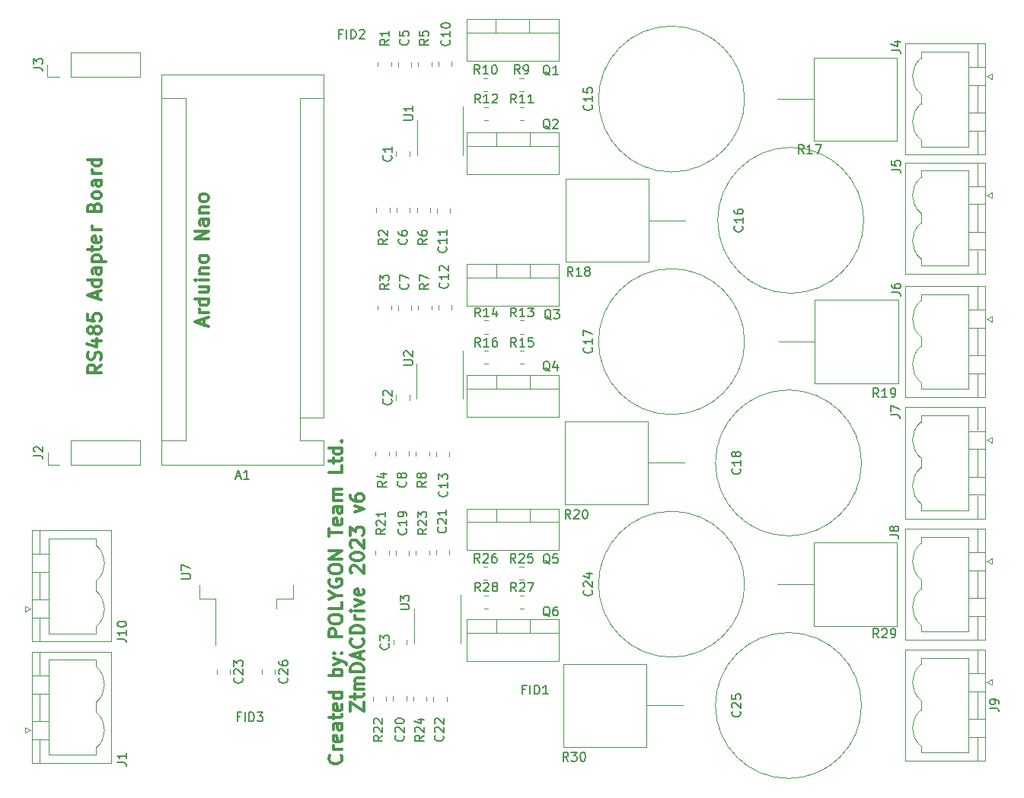
<source format=gbr>
%TF.GenerationSoftware,KiCad,Pcbnew,(6.0.7)*%
%TF.CreationDate,2023-02-22T11:31:18+02:00*%
%TF.ProjectId,Lamps_Type5,4c616d70-735f-4547-9970-65352e6b6963,rev?*%
%TF.SameCoordinates,Original*%
%TF.FileFunction,Legend,Top*%
%TF.FilePolarity,Positive*%
%FSLAX46Y46*%
G04 Gerber Fmt 4.6, Leading zero omitted, Abs format (unit mm)*
G04 Created by KiCad (PCBNEW (6.0.7)) date 2023-02-22 11:31:18*
%MOMM*%
%LPD*%
G01*
G04 APERTURE LIST*
%ADD10C,0.300000*%
%ADD11C,0.150000*%
%ADD12C,0.120000*%
G04 APERTURE END LIST*
D10*
X166278571Y-80600000D02*
X165564285Y-81100000D01*
X166278571Y-81457142D02*
X164778571Y-81457142D01*
X164778571Y-80885714D01*
X164850000Y-80742857D01*
X164921428Y-80671428D01*
X165064285Y-80600000D01*
X165278571Y-80600000D01*
X165421428Y-80671428D01*
X165492857Y-80742857D01*
X165564285Y-80885714D01*
X165564285Y-81457142D01*
X166207142Y-80028571D02*
X166278571Y-79814285D01*
X166278571Y-79457142D01*
X166207142Y-79314285D01*
X166135714Y-79242857D01*
X165992857Y-79171428D01*
X165850000Y-79171428D01*
X165707142Y-79242857D01*
X165635714Y-79314285D01*
X165564285Y-79457142D01*
X165492857Y-79742857D01*
X165421428Y-79885714D01*
X165350000Y-79957142D01*
X165207142Y-80028571D01*
X165064285Y-80028571D01*
X164921428Y-79957142D01*
X164850000Y-79885714D01*
X164778571Y-79742857D01*
X164778571Y-79385714D01*
X164850000Y-79171428D01*
X165278571Y-77885714D02*
X166278571Y-77885714D01*
X164707142Y-78242857D02*
X165778571Y-78600000D01*
X165778571Y-77671428D01*
X165421428Y-76885714D02*
X165350000Y-77028571D01*
X165278571Y-77100000D01*
X165135714Y-77171428D01*
X165064285Y-77171428D01*
X164921428Y-77100000D01*
X164850000Y-77028571D01*
X164778571Y-76885714D01*
X164778571Y-76600000D01*
X164850000Y-76457142D01*
X164921428Y-76385714D01*
X165064285Y-76314285D01*
X165135714Y-76314285D01*
X165278571Y-76385714D01*
X165350000Y-76457142D01*
X165421428Y-76600000D01*
X165421428Y-76885714D01*
X165492857Y-77028571D01*
X165564285Y-77100000D01*
X165707142Y-77171428D01*
X165992857Y-77171428D01*
X166135714Y-77100000D01*
X166207142Y-77028571D01*
X166278571Y-76885714D01*
X166278571Y-76600000D01*
X166207142Y-76457142D01*
X166135714Y-76385714D01*
X165992857Y-76314285D01*
X165707142Y-76314285D01*
X165564285Y-76385714D01*
X165492857Y-76457142D01*
X165421428Y-76600000D01*
X164778571Y-74957142D02*
X164778571Y-75671428D01*
X165492857Y-75742857D01*
X165421428Y-75671428D01*
X165350000Y-75528571D01*
X165350000Y-75171428D01*
X165421428Y-75028571D01*
X165492857Y-74957142D01*
X165635714Y-74885714D01*
X165992857Y-74885714D01*
X166135714Y-74957142D01*
X166207142Y-75028571D01*
X166278571Y-75171428D01*
X166278571Y-75528571D01*
X166207142Y-75671428D01*
X166135714Y-75742857D01*
X165850000Y-73171428D02*
X165850000Y-72457142D01*
X166278571Y-73314285D02*
X164778571Y-72814285D01*
X166278571Y-72314285D01*
X166278571Y-71171428D02*
X164778571Y-71171428D01*
X166207142Y-71171428D02*
X166278571Y-71314285D01*
X166278571Y-71600000D01*
X166207142Y-71742857D01*
X166135714Y-71814285D01*
X165992857Y-71885714D01*
X165564285Y-71885714D01*
X165421428Y-71814285D01*
X165350000Y-71742857D01*
X165278571Y-71600000D01*
X165278571Y-71314285D01*
X165350000Y-71171428D01*
X166278571Y-69814285D02*
X165492857Y-69814285D01*
X165350000Y-69885714D01*
X165278571Y-70028571D01*
X165278571Y-70314285D01*
X165350000Y-70457142D01*
X166207142Y-69814285D02*
X166278571Y-69957142D01*
X166278571Y-70314285D01*
X166207142Y-70457142D01*
X166064285Y-70528571D01*
X165921428Y-70528571D01*
X165778571Y-70457142D01*
X165707142Y-70314285D01*
X165707142Y-69957142D01*
X165635714Y-69814285D01*
X165278571Y-69100000D02*
X166778571Y-69100000D01*
X165350000Y-69100000D02*
X165278571Y-68957142D01*
X165278571Y-68671428D01*
X165350000Y-68528571D01*
X165421428Y-68457142D01*
X165564285Y-68385714D01*
X165992857Y-68385714D01*
X166135714Y-68457142D01*
X166207142Y-68528571D01*
X166278571Y-68671428D01*
X166278571Y-68957142D01*
X166207142Y-69100000D01*
X165278571Y-67957142D02*
X165278571Y-67385714D01*
X164778571Y-67742857D02*
X166064285Y-67742857D01*
X166207142Y-67671428D01*
X166278571Y-67528571D01*
X166278571Y-67385714D01*
X166207142Y-66314285D02*
X166278571Y-66457142D01*
X166278571Y-66742857D01*
X166207142Y-66885714D01*
X166064285Y-66957142D01*
X165492857Y-66957142D01*
X165350000Y-66885714D01*
X165278571Y-66742857D01*
X165278571Y-66457142D01*
X165350000Y-66314285D01*
X165492857Y-66242857D01*
X165635714Y-66242857D01*
X165778571Y-66957142D01*
X166278571Y-65600000D02*
X165278571Y-65600000D01*
X165564285Y-65600000D02*
X165421428Y-65528571D01*
X165350000Y-65457142D01*
X165278571Y-65314285D01*
X165278571Y-65171428D01*
X165492857Y-63028571D02*
X165564285Y-62814285D01*
X165635714Y-62742857D01*
X165778571Y-62671428D01*
X165992857Y-62671428D01*
X166135714Y-62742857D01*
X166207142Y-62814285D01*
X166278571Y-62957142D01*
X166278571Y-63528571D01*
X164778571Y-63528571D01*
X164778571Y-63028571D01*
X164850000Y-62885714D01*
X164921428Y-62814285D01*
X165064285Y-62742857D01*
X165207142Y-62742857D01*
X165350000Y-62814285D01*
X165421428Y-62885714D01*
X165492857Y-63028571D01*
X165492857Y-63528571D01*
X166278571Y-61814285D02*
X166207142Y-61957142D01*
X166135714Y-62028571D01*
X165992857Y-62100000D01*
X165564285Y-62100000D01*
X165421428Y-62028571D01*
X165350000Y-61957142D01*
X165278571Y-61814285D01*
X165278571Y-61600000D01*
X165350000Y-61457142D01*
X165421428Y-61385714D01*
X165564285Y-61314285D01*
X165992857Y-61314285D01*
X166135714Y-61385714D01*
X166207142Y-61457142D01*
X166278571Y-61600000D01*
X166278571Y-61814285D01*
X166278571Y-60028571D02*
X165492857Y-60028571D01*
X165350000Y-60100000D01*
X165278571Y-60242857D01*
X165278571Y-60528571D01*
X165350000Y-60671428D01*
X166207142Y-60028571D02*
X166278571Y-60171428D01*
X166278571Y-60528571D01*
X166207142Y-60671428D01*
X166064285Y-60742857D01*
X165921428Y-60742857D01*
X165778571Y-60671428D01*
X165707142Y-60528571D01*
X165707142Y-60171428D01*
X165635714Y-60028571D01*
X166278571Y-59314285D02*
X165278571Y-59314285D01*
X165564285Y-59314285D02*
X165421428Y-59242857D01*
X165350000Y-59171428D01*
X165278571Y-59028571D01*
X165278571Y-58885714D01*
X166278571Y-57742857D02*
X164778571Y-57742857D01*
X166207142Y-57742857D02*
X166278571Y-57885714D01*
X166278571Y-58171428D01*
X166207142Y-58314285D01*
X166135714Y-58385714D01*
X165992857Y-58457142D01*
X165564285Y-58457142D01*
X165421428Y-58385714D01*
X165350000Y-58314285D01*
X165278571Y-58171428D01*
X165278571Y-57885714D01*
X165350000Y-57742857D01*
X177750000Y-76185714D02*
X177750000Y-75471428D01*
X178178571Y-76328571D02*
X176678571Y-75828571D01*
X178178571Y-75328571D01*
X178178571Y-74828571D02*
X177178571Y-74828571D01*
X177464285Y-74828571D02*
X177321428Y-74757142D01*
X177250000Y-74685714D01*
X177178571Y-74542857D01*
X177178571Y-74400000D01*
X178178571Y-73257142D02*
X176678571Y-73257142D01*
X178107142Y-73257142D02*
X178178571Y-73400000D01*
X178178571Y-73685714D01*
X178107142Y-73828571D01*
X178035714Y-73900000D01*
X177892857Y-73971428D01*
X177464285Y-73971428D01*
X177321428Y-73900000D01*
X177250000Y-73828571D01*
X177178571Y-73685714D01*
X177178571Y-73400000D01*
X177250000Y-73257142D01*
X177178571Y-71900000D02*
X178178571Y-71900000D01*
X177178571Y-72542857D02*
X177964285Y-72542857D01*
X178107142Y-72471428D01*
X178178571Y-72328571D01*
X178178571Y-72114285D01*
X178107142Y-71971428D01*
X178035714Y-71900000D01*
X178178571Y-71185714D02*
X177178571Y-71185714D01*
X176678571Y-71185714D02*
X176750000Y-71257142D01*
X176821428Y-71185714D01*
X176750000Y-71114285D01*
X176678571Y-71185714D01*
X176821428Y-71185714D01*
X177178571Y-70471428D02*
X178178571Y-70471428D01*
X177321428Y-70471428D02*
X177250000Y-70400000D01*
X177178571Y-70257142D01*
X177178571Y-70042857D01*
X177250000Y-69900000D01*
X177392857Y-69828571D01*
X178178571Y-69828571D01*
X178178571Y-68900000D02*
X178107142Y-69042857D01*
X178035714Y-69114285D01*
X177892857Y-69185714D01*
X177464285Y-69185714D01*
X177321428Y-69114285D01*
X177250000Y-69042857D01*
X177178571Y-68900000D01*
X177178571Y-68685714D01*
X177250000Y-68542857D01*
X177321428Y-68471428D01*
X177464285Y-68400000D01*
X177892857Y-68400000D01*
X178035714Y-68471428D01*
X178107142Y-68542857D01*
X178178571Y-68685714D01*
X178178571Y-68900000D01*
X178178571Y-66614285D02*
X176678571Y-66614285D01*
X178178571Y-65757142D01*
X176678571Y-65757142D01*
X178178571Y-64400000D02*
X177392857Y-64400000D01*
X177250000Y-64471428D01*
X177178571Y-64614285D01*
X177178571Y-64900000D01*
X177250000Y-65042857D01*
X178107142Y-64400000D02*
X178178571Y-64542857D01*
X178178571Y-64900000D01*
X178107142Y-65042857D01*
X177964285Y-65114285D01*
X177821428Y-65114285D01*
X177678571Y-65042857D01*
X177607142Y-64900000D01*
X177607142Y-64542857D01*
X177535714Y-64400000D01*
X177178571Y-63685714D02*
X178178571Y-63685714D01*
X177321428Y-63685714D02*
X177250000Y-63614285D01*
X177178571Y-63471428D01*
X177178571Y-63257142D01*
X177250000Y-63114285D01*
X177392857Y-63042857D01*
X178178571Y-63042857D01*
X178178571Y-62114285D02*
X178107142Y-62257142D01*
X178035714Y-62328571D01*
X177892857Y-62400000D01*
X177464285Y-62400000D01*
X177321428Y-62328571D01*
X177250000Y-62257142D01*
X177178571Y-62114285D01*
X177178571Y-61900000D01*
X177250000Y-61757142D01*
X177321428Y-61685714D01*
X177464285Y-61614285D01*
X177892857Y-61614285D01*
X178035714Y-61685714D01*
X178107142Y-61757142D01*
X178178571Y-61900000D01*
X178178571Y-62114285D01*
X192928214Y-124035714D02*
X192999642Y-124107142D01*
X193071071Y-124321428D01*
X193071071Y-124464285D01*
X192999642Y-124678571D01*
X192856785Y-124821428D01*
X192713928Y-124892857D01*
X192428214Y-124964285D01*
X192213928Y-124964285D01*
X191928214Y-124892857D01*
X191785357Y-124821428D01*
X191642500Y-124678571D01*
X191571071Y-124464285D01*
X191571071Y-124321428D01*
X191642500Y-124107142D01*
X191713928Y-124035714D01*
X193071071Y-123392857D02*
X192071071Y-123392857D01*
X192356785Y-123392857D02*
X192213928Y-123321428D01*
X192142500Y-123250000D01*
X192071071Y-123107142D01*
X192071071Y-122964285D01*
X192999642Y-121892857D02*
X193071071Y-122035714D01*
X193071071Y-122321428D01*
X192999642Y-122464285D01*
X192856785Y-122535714D01*
X192285357Y-122535714D01*
X192142500Y-122464285D01*
X192071071Y-122321428D01*
X192071071Y-122035714D01*
X192142500Y-121892857D01*
X192285357Y-121821428D01*
X192428214Y-121821428D01*
X192571071Y-122535714D01*
X193071071Y-120535714D02*
X192285357Y-120535714D01*
X192142500Y-120607142D01*
X192071071Y-120750000D01*
X192071071Y-121035714D01*
X192142500Y-121178571D01*
X192999642Y-120535714D02*
X193071071Y-120678571D01*
X193071071Y-121035714D01*
X192999642Y-121178571D01*
X192856785Y-121250000D01*
X192713928Y-121250000D01*
X192571071Y-121178571D01*
X192499642Y-121035714D01*
X192499642Y-120678571D01*
X192428214Y-120535714D01*
X192071071Y-120035714D02*
X192071071Y-119464285D01*
X191571071Y-119821428D02*
X192856785Y-119821428D01*
X192999642Y-119750000D01*
X193071071Y-119607142D01*
X193071071Y-119464285D01*
X192999642Y-118392857D02*
X193071071Y-118535714D01*
X193071071Y-118821428D01*
X192999642Y-118964285D01*
X192856785Y-119035714D01*
X192285357Y-119035714D01*
X192142500Y-118964285D01*
X192071071Y-118821428D01*
X192071071Y-118535714D01*
X192142500Y-118392857D01*
X192285357Y-118321428D01*
X192428214Y-118321428D01*
X192571071Y-119035714D01*
X193071071Y-117035714D02*
X191571071Y-117035714D01*
X192999642Y-117035714D02*
X193071071Y-117178571D01*
X193071071Y-117464285D01*
X192999642Y-117607142D01*
X192928214Y-117678571D01*
X192785357Y-117750000D01*
X192356785Y-117750000D01*
X192213928Y-117678571D01*
X192142500Y-117607142D01*
X192071071Y-117464285D01*
X192071071Y-117178571D01*
X192142500Y-117035714D01*
X193071071Y-115178571D02*
X191571071Y-115178571D01*
X192142500Y-115178571D02*
X192071071Y-115035714D01*
X192071071Y-114750000D01*
X192142500Y-114607142D01*
X192213928Y-114535714D01*
X192356785Y-114464285D01*
X192785357Y-114464285D01*
X192928214Y-114535714D01*
X192999642Y-114607142D01*
X193071071Y-114750000D01*
X193071071Y-115035714D01*
X192999642Y-115178571D01*
X192071071Y-113964285D02*
X193071071Y-113607142D01*
X192071071Y-113250000D02*
X193071071Y-113607142D01*
X193428214Y-113750000D01*
X193499642Y-113821428D01*
X193571071Y-113964285D01*
X192928214Y-112678571D02*
X192999642Y-112607142D01*
X193071071Y-112678571D01*
X192999642Y-112750000D01*
X192928214Y-112678571D01*
X193071071Y-112678571D01*
X192142500Y-112678571D02*
X192213928Y-112607142D01*
X192285357Y-112678571D01*
X192213928Y-112750000D01*
X192142500Y-112678571D01*
X192285357Y-112678571D01*
X193071071Y-110821428D02*
X191571071Y-110821428D01*
X191571071Y-110250000D01*
X191642500Y-110107142D01*
X191713928Y-110035714D01*
X191856785Y-109964285D01*
X192071071Y-109964285D01*
X192213928Y-110035714D01*
X192285357Y-110107142D01*
X192356785Y-110250000D01*
X192356785Y-110821428D01*
X191571071Y-109035714D02*
X191571071Y-108750000D01*
X191642500Y-108607142D01*
X191785357Y-108464285D01*
X192071071Y-108392857D01*
X192571071Y-108392857D01*
X192856785Y-108464285D01*
X192999642Y-108607142D01*
X193071071Y-108750000D01*
X193071071Y-109035714D01*
X192999642Y-109178571D01*
X192856785Y-109321428D01*
X192571071Y-109392857D01*
X192071071Y-109392857D01*
X191785357Y-109321428D01*
X191642500Y-109178571D01*
X191571071Y-109035714D01*
X193071071Y-107035714D02*
X193071071Y-107750000D01*
X191571071Y-107750000D01*
X192356785Y-106250000D02*
X193071071Y-106250000D01*
X191571071Y-106750000D02*
X192356785Y-106250000D01*
X191571071Y-105750000D01*
X191642500Y-104464285D02*
X191571071Y-104607142D01*
X191571071Y-104821428D01*
X191642500Y-105035714D01*
X191785357Y-105178571D01*
X191928214Y-105250000D01*
X192213928Y-105321428D01*
X192428214Y-105321428D01*
X192713928Y-105250000D01*
X192856785Y-105178571D01*
X192999642Y-105035714D01*
X193071071Y-104821428D01*
X193071071Y-104678571D01*
X192999642Y-104464285D01*
X192928214Y-104392857D01*
X192428214Y-104392857D01*
X192428214Y-104678571D01*
X191571071Y-103464285D02*
X191571071Y-103178571D01*
X191642500Y-103035714D01*
X191785357Y-102892857D01*
X192071071Y-102821428D01*
X192571071Y-102821428D01*
X192856785Y-102892857D01*
X192999642Y-103035714D01*
X193071071Y-103178571D01*
X193071071Y-103464285D01*
X192999642Y-103607142D01*
X192856785Y-103750000D01*
X192571071Y-103821428D01*
X192071071Y-103821428D01*
X191785357Y-103750000D01*
X191642500Y-103607142D01*
X191571071Y-103464285D01*
X193071071Y-102178571D02*
X191571071Y-102178571D01*
X193071071Y-101321428D01*
X191571071Y-101321428D01*
X191571071Y-99678571D02*
X191571071Y-98821428D01*
X193071071Y-99250000D02*
X191571071Y-99250000D01*
X192999642Y-97750000D02*
X193071071Y-97892857D01*
X193071071Y-98178571D01*
X192999642Y-98321428D01*
X192856785Y-98392857D01*
X192285357Y-98392857D01*
X192142500Y-98321428D01*
X192071071Y-98178571D01*
X192071071Y-97892857D01*
X192142500Y-97750000D01*
X192285357Y-97678571D01*
X192428214Y-97678571D01*
X192571071Y-98392857D01*
X193071071Y-96392857D02*
X192285357Y-96392857D01*
X192142500Y-96464285D01*
X192071071Y-96607142D01*
X192071071Y-96892857D01*
X192142500Y-97035714D01*
X192999642Y-96392857D02*
X193071071Y-96535714D01*
X193071071Y-96892857D01*
X192999642Y-97035714D01*
X192856785Y-97107142D01*
X192713928Y-97107142D01*
X192571071Y-97035714D01*
X192499642Y-96892857D01*
X192499642Y-96535714D01*
X192428214Y-96392857D01*
X193071071Y-95678571D02*
X192071071Y-95678571D01*
X192213928Y-95678571D02*
X192142500Y-95607142D01*
X192071071Y-95464285D01*
X192071071Y-95250000D01*
X192142500Y-95107142D01*
X192285357Y-95035714D01*
X193071071Y-95035714D01*
X192285357Y-95035714D02*
X192142500Y-94964285D01*
X192071071Y-94821428D01*
X192071071Y-94607142D01*
X192142500Y-94464285D01*
X192285357Y-94392857D01*
X193071071Y-94392857D01*
X193071071Y-91821428D02*
X193071071Y-92535714D01*
X191571071Y-92535714D01*
X192071071Y-91535714D02*
X192071071Y-90964285D01*
X191571071Y-91321428D02*
X192856785Y-91321428D01*
X192999642Y-91250000D01*
X193071071Y-91107142D01*
X193071071Y-90964285D01*
X193071071Y-89821428D02*
X191571071Y-89821428D01*
X192999642Y-89821428D02*
X193071071Y-89964285D01*
X193071071Y-90250000D01*
X192999642Y-90392857D01*
X192928214Y-90464285D01*
X192785357Y-90535714D01*
X192356785Y-90535714D01*
X192213928Y-90464285D01*
X192142500Y-90392857D01*
X192071071Y-90250000D01*
X192071071Y-89964285D01*
X192142500Y-89821428D01*
X192928214Y-89107142D02*
X192999642Y-89035714D01*
X193071071Y-89107142D01*
X192999642Y-89178571D01*
X192928214Y-89107142D01*
X193071071Y-89107142D01*
X193986071Y-119142857D02*
X193986071Y-118142857D01*
X195486071Y-119142857D01*
X195486071Y-118142857D01*
X194486071Y-117785714D02*
X194486071Y-117214285D01*
X193986071Y-117571428D02*
X195271785Y-117571428D01*
X195414642Y-117500000D01*
X195486071Y-117357142D01*
X195486071Y-117214285D01*
X195486071Y-116714285D02*
X194486071Y-116714285D01*
X194628928Y-116714285D02*
X194557500Y-116642857D01*
X194486071Y-116500000D01*
X194486071Y-116285714D01*
X194557500Y-116142857D01*
X194700357Y-116071428D01*
X195486071Y-116071428D01*
X194700357Y-116071428D02*
X194557500Y-116000000D01*
X194486071Y-115857142D01*
X194486071Y-115642857D01*
X194557500Y-115500000D01*
X194700357Y-115428571D01*
X195486071Y-115428571D01*
X195486071Y-114714285D02*
X193986071Y-114714285D01*
X193986071Y-114357142D01*
X194057500Y-114142857D01*
X194200357Y-114000000D01*
X194343214Y-113928571D01*
X194628928Y-113857142D01*
X194843214Y-113857142D01*
X195128928Y-113928571D01*
X195271785Y-114000000D01*
X195414642Y-114142857D01*
X195486071Y-114357142D01*
X195486071Y-114714285D01*
X195057500Y-113285714D02*
X195057500Y-112571428D01*
X195486071Y-113428571D02*
X193986071Y-112928571D01*
X195486071Y-112428571D01*
X195343214Y-111071428D02*
X195414642Y-111142857D01*
X195486071Y-111357142D01*
X195486071Y-111500000D01*
X195414642Y-111714285D01*
X195271785Y-111857142D01*
X195128928Y-111928571D01*
X194843214Y-112000000D01*
X194628928Y-112000000D01*
X194343214Y-111928571D01*
X194200357Y-111857142D01*
X194057500Y-111714285D01*
X193986071Y-111500000D01*
X193986071Y-111357142D01*
X194057500Y-111142857D01*
X194128928Y-111071428D01*
X195486071Y-110428571D02*
X193986071Y-110428571D01*
X193986071Y-110071428D01*
X194057500Y-109857142D01*
X194200357Y-109714285D01*
X194343214Y-109642857D01*
X194628928Y-109571428D01*
X194843214Y-109571428D01*
X195128928Y-109642857D01*
X195271785Y-109714285D01*
X195414642Y-109857142D01*
X195486071Y-110071428D01*
X195486071Y-110428571D01*
X195486071Y-108928571D02*
X194486071Y-108928571D01*
X194771785Y-108928571D02*
X194628928Y-108857142D01*
X194557500Y-108785714D01*
X194486071Y-108642857D01*
X194486071Y-108500000D01*
X195486071Y-108000000D02*
X194486071Y-108000000D01*
X193986071Y-108000000D02*
X194057500Y-108071428D01*
X194128928Y-108000000D01*
X194057500Y-107928571D01*
X193986071Y-108000000D01*
X194128928Y-108000000D01*
X194486071Y-107428571D02*
X195486071Y-107071428D01*
X194486071Y-106714285D01*
X195414642Y-105571428D02*
X195486071Y-105714285D01*
X195486071Y-106000000D01*
X195414642Y-106142857D01*
X195271785Y-106214285D01*
X194700357Y-106214285D01*
X194557500Y-106142857D01*
X194486071Y-106000000D01*
X194486071Y-105714285D01*
X194557500Y-105571428D01*
X194700357Y-105500000D01*
X194843214Y-105500000D01*
X194986071Y-106214285D01*
X194128928Y-103785714D02*
X194057500Y-103714285D01*
X193986071Y-103571428D01*
X193986071Y-103214285D01*
X194057500Y-103071428D01*
X194128928Y-103000000D01*
X194271785Y-102928571D01*
X194414642Y-102928571D01*
X194628928Y-103000000D01*
X195486071Y-103857142D01*
X195486071Y-102928571D01*
X193986071Y-102000000D02*
X193986071Y-101857142D01*
X194057500Y-101714285D01*
X194128928Y-101642857D01*
X194271785Y-101571428D01*
X194557500Y-101500000D01*
X194914642Y-101500000D01*
X195200357Y-101571428D01*
X195343214Y-101642857D01*
X195414642Y-101714285D01*
X195486071Y-101857142D01*
X195486071Y-102000000D01*
X195414642Y-102142857D01*
X195343214Y-102214285D01*
X195200357Y-102285714D01*
X194914642Y-102357142D01*
X194557500Y-102357142D01*
X194271785Y-102285714D01*
X194128928Y-102214285D01*
X194057500Y-102142857D01*
X193986071Y-102000000D01*
X194128928Y-100928571D02*
X194057500Y-100857142D01*
X193986071Y-100714285D01*
X193986071Y-100357142D01*
X194057500Y-100214285D01*
X194128928Y-100142857D01*
X194271785Y-100071428D01*
X194414642Y-100071428D01*
X194628928Y-100142857D01*
X195486071Y-101000000D01*
X195486071Y-100071428D01*
X193986071Y-99571428D02*
X193986071Y-98642857D01*
X194557500Y-99142857D01*
X194557500Y-98928571D01*
X194628928Y-98785714D01*
X194700357Y-98714285D01*
X194843214Y-98642857D01*
X195200357Y-98642857D01*
X195343214Y-98714285D01*
X195414642Y-98785714D01*
X195486071Y-98928571D01*
X195486071Y-99357142D01*
X195414642Y-99500000D01*
X195343214Y-99571428D01*
X194486071Y-97000000D02*
X195486071Y-96642857D01*
X194486071Y-96285714D01*
X193986071Y-95071428D02*
X193986071Y-95357142D01*
X194057500Y-95500000D01*
X194128928Y-95571428D01*
X194343214Y-95714285D01*
X194628928Y-95785714D01*
X195200357Y-95785714D01*
X195343214Y-95714285D01*
X195414642Y-95642857D01*
X195486071Y-95500000D01*
X195486071Y-95214285D01*
X195414642Y-95071428D01*
X195343214Y-95000000D01*
X195200357Y-94928571D01*
X194843214Y-94928571D01*
X194700357Y-95000000D01*
X194628928Y-95071428D01*
X194557500Y-95214285D01*
X194557500Y-95500000D01*
X194628928Y-95642857D01*
X194700357Y-95714285D01*
X194843214Y-95785714D01*
D11*
%TO.C,J9*%
X265089880Y-118803333D02*
X265804166Y-118803333D01*
X265947023Y-118850952D01*
X266042261Y-118946190D01*
X266089880Y-119089047D01*
X266089880Y-119184285D01*
X266089880Y-118279523D02*
X266089880Y-118089047D01*
X266042261Y-117993809D01*
X265994642Y-117946190D01*
X265851785Y-117850952D01*
X265661309Y-117803333D01*
X265280357Y-117803333D01*
X265185119Y-117850952D01*
X265137500Y-117898571D01*
X265089880Y-117993809D01*
X265089880Y-118184285D01*
X265137500Y-118279523D01*
X265185119Y-118327142D01*
X265280357Y-118374761D01*
X265518452Y-118374761D01*
X265613690Y-118327142D01*
X265661309Y-118279523D01*
X265708928Y-118184285D01*
X265708928Y-117993809D01*
X265661309Y-117898571D01*
X265613690Y-117850952D01*
X265518452Y-117803333D01*
%TO.C,Q4*%
X216174761Y-81287619D02*
X216079523Y-81240000D01*
X215984285Y-81144761D01*
X215841428Y-81001904D01*
X215746190Y-80954285D01*
X215650952Y-80954285D01*
X215698571Y-81192380D02*
X215603333Y-81144761D01*
X215508095Y-81049523D01*
X215460476Y-80859047D01*
X215460476Y-80525714D01*
X215508095Y-80335238D01*
X215603333Y-80240000D01*
X215698571Y-80192380D01*
X215889047Y-80192380D01*
X215984285Y-80240000D01*
X216079523Y-80335238D01*
X216127142Y-80525714D01*
X216127142Y-80859047D01*
X216079523Y-81049523D01*
X215984285Y-81144761D01*
X215889047Y-81192380D01*
X215698571Y-81192380D01*
X216984285Y-80525714D02*
X216984285Y-81192380D01*
X216746190Y-80144761D02*
X216508095Y-80859047D01*
X217127142Y-80859047D01*
%TO.C,R17*%
X244387142Y-57082380D02*
X244053809Y-56606190D01*
X243815714Y-57082380D02*
X243815714Y-56082380D01*
X244196666Y-56082380D01*
X244291904Y-56130000D01*
X244339523Y-56177619D01*
X244387142Y-56272857D01*
X244387142Y-56415714D01*
X244339523Y-56510952D01*
X244291904Y-56558571D01*
X244196666Y-56606190D01*
X243815714Y-56606190D01*
X245339523Y-57082380D02*
X244768095Y-57082380D01*
X245053809Y-57082380D02*
X245053809Y-56082380D01*
X244958571Y-56225238D01*
X244863333Y-56320476D01*
X244768095Y-56368095D01*
X245672857Y-56082380D02*
X246339523Y-56082380D01*
X245910952Y-57082380D01*
%TO.C,C17*%
X220807142Y-78652857D02*
X220854761Y-78700476D01*
X220902380Y-78843333D01*
X220902380Y-78938571D01*
X220854761Y-79081428D01*
X220759523Y-79176666D01*
X220664285Y-79224285D01*
X220473809Y-79271904D01*
X220330952Y-79271904D01*
X220140476Y-79224285D01*
X220045238Y-79176666D01*
X219950000Y-79081428D01*
X219902380Y-78938571D01*
X219902380Y-78843333D01*
X219950000Y-78700476D01*
X219997619Y-78652857D01*
X220902380Y-77700476D02*
X220902380Y-78271904D01*
X220902380Y-77986190D02*
X219902380Y-77986190D01*
X220045238Y-78081428D01*
X220140476Y-78176666D01*
X220188095Y-78271904D01*
X219902380Y-77367142D02*
X219902380Y-76700476D01*
X220902380Y-77129047D01*
%TO.C,R3*%
X198262380Y-71576666D02*
X197786190Y-71910000D01*
X198262380Y-72148095D02*
X197262380Y-72148095D01*
X197262380Y-71767142D01*
X197310000Y-71671904D01*
X197357619Y-71624285D01*
X197452857Y-71576666D01*
X197595714Y-71576666D01*
X197690952Y-71624285D01*
X197738571Y-71671904D01*
X197786190Y-71767142D01*
X197786190Y-72148095D01*
X197262380Y-71243333D02*
X197262380Y-70624285D01*
X197643333Y-70957619D01*
X197643333Y-70814761D01*
X197690952Y-70719523D01*
X197738571Y-70671904D01*
X197833809Y-70624285D01*
X198071904Y-70624285D01*
X198167142Y-70671904D01*
X198214761Y-70719523D01*
X198262380Y-70814761D01*
X198262380Y-71100476D01*
X198214761Y-71195714D01*
X198167142Y-71243333D01*
%TO.C,R1*%
X198262380Y-44376666D02*
X197786190Y-44710000D01*
X198262380Y-44948095D02*
X197262380Y-44948095D01*
X197262380Y-44567142D01*
X197310000Y-44471904D01*
X197357619Y-44424285D01*
X197452857Y-44376666D01*
X197595714Y-44376666D01*
X197690952Y-44424285D01*
X197738571Y-44471904D01*
X197786190Y-44567142D01*
X197786190Y-44948095D01*
X198262380Y-43424285D02*
X198262380Y-43995714D01*
X198262380Y-43710000D02*
X197262380Y-43710000D01*
X197405238Y-43805238D01*
X197500476Y-43900476D01*
X197548095Y-43995714D01*
%TO.C,C25*%
X237307142Y-119152857D02*
X237354761Y-119200476D01*
X237402380Y-119343333D01*
X237402380Y-119438571D01*
X237354761Y-119581428D01*
X237259523Y-119676666D01*
X237164285Y-119724285D01*
X236973809Y-119771904D01*
X236830952Y-119771904D01*
X236640476Y-119724285D01*
X236545238Y-119676666D01*
X236450000Y-119581428D01*
X236402380Y-119438571D01*
X236402380Y-119343333D01*
X236450000Y-119200476D01*
X236497619Y-119152857D01*
X236497619Y-118771904D02*
X236450000Y-118724285D01*
X236402380Y-118629047D01*
X236402380Y-118390952D01*
X236450000Y-118295714D01*
X236497619Y-118248095D01*
X236592857Y-118200476D01*
X236688095Y-118200476D01*
X236830952Y-118248095D01*
X237402380Y-118819523D01*
X237402380Y-118200476D01*
X236402380Y-117295714D02*
X236402380Y-117771904D01*
X236878571Y-117819523D01*
X236830952Y-117771904D01*
X236783333Y-117676666D01*
X236783333Y-117438571D01*
X236830952Y-117343333D01*
X236878571Y-117295714D01*
X236973809Y-117248095D01*
X237211904Y-117248095D01*
X237307142Y-117295714D01*
X237354761Y-117343333D01*
X237402380Y-117438571D01*
X237402380Y-117676666D01*
X237354761Y-117771904D01*
X237307142Y-117819523D01*
%TO.C,J7*%
X254062380Y-86143333D02*
X254776666Y-86143333D01*
X254919523Y-86190952D01*
X255014761Y-86286190D01*
X255062380Y-86429047D01*
X255062380Y-86524285D01*
X254062380Y-85762380D02*
X254062380Y-85095714D01*
X255062380Y-85524285D01*
%TO.C,C5*%
X200367142Y-44376666D02*
X200414761Y-44424285D01*
X200462380Y-44567142D01*
X200462380Y-44662380D01*
X200414761Y-44805238D01*
X200319523Y-44900476D01*
X200224285Y-44948095D01*
X200033809Y-44995714D01*
X199890952Y-44995714D01*
X199700476Y-44948095D01*
X199605238Y-44900476D01*
X199510000Y-44805238D01*
X199462380Y-44662380D01*
X199462380Y-44567142D01*
X199510000Y-44424285D01*
X199557619Y-44376666D01*
X199462380Y-43471904D02*
X199462380Y-43948095D01*
X199938571Y-43995714D01*
X199890952Y-43948095D01*
X199843333Y-43852857D01*
X199843333Y-43614761D01*
X199890952Y-43519523D01*
X199938571Y-43471904D01*
X200033809Y-43424285D01*
X200271904Y-43424285D01*
X200367142Y-43471904D01*
X200414761Y-43519523D01*
X200462380Y-43614761D01*
X200462380Y-43852857D01*
X200414761Y-43948095D01*
X200367142Y-43995714D01*
%TO.C,C24*%
X220807142Y-105652857D02*
X220854761Y-105700476D01*
X220902380Y-105843333D01*
X220902380Y-105938571D01*
X220854761Y-106081428D01*
X220759523Y-106176666D01*
X220664285Y-106224285D01*
X220473809Y-106271904D01*
X220330952Y-106271904D01*
X220140476Y-106224285D01*
X220045238Y-106176666D01*
X219950000Y-106081428D01*
X219902380Y-105938571D01*
X219902380Y-105843333D01*
X219950000Y-105700476D01*
X219997619Y-105652857D01*
X219997619Y-105271904D02*
X219950000Y-105224285D01*
X219902380Y-105129047D01*
X219902380Y-104890952D01*
X219950000Y-104795714D01*
X219997619Y-104748095D01*
X220092857Y-104700476D01*
X220188095Y-104700476D01*
X220330952Y-104748095D01*
X220902380Y-105319523D01*
X220902380Y-104700476D01*
X220235714Y-103843333D02*
X220902380Y-103843333D01*
X219854761Y-104081428D02*
X220569047Y-104319523D01*
X220569047Y-103700476D01*
%TO.C,R18*%
X218717142Y-70712380D02*
X218383809Y-70236190D01*
X218145714Y-70712380D02*
X218145714Y-69712380D01*
X218526666Y-69712380D01*
X218621904Y-69760000D01*
X218669523Y-69807619D01*
X218717142Y-69902857D01*
X218717142Y-70045714D01*
X218669523Y-70140952D01*
X218621904Y-70188571D01*
X218526666Y-70236190D01*
X218145714Y-70236190D01*
X219669523Y-70712380D02*
X219098095Y-70712380D01*
X219383809Y-70712380D02*
X219383809Y-69712380D01*
X219288571Y-69855238D01*
X219193333Y-69950476D01*
X219098095Y-69998095D01*
X220240952Y-70140952D02*
X220145714Y-70093333D01*
X220098095Y-70045714D01*
X220050476Y-69950476D01*
X220050476Y-69902857D01*
X220098095Y-69807619D01*
X220145714Y-69760000D01*
X220240952Y-69712380D01*
X220431428Y-69712380D01*
X220526666Y-69760000D01*
X220574285Y-69807619D01*
X220621904Y-69902857D01*
X220621904Y-69950476D01*
X220574285Y-70045714D01*
X220526666Y-70093333D01*
X220431428Y-70140952D01*
X220240952Y-70140952D01*
X220145714Y-70188571D01*
X220098095Y-70236190D01*
X220050476Y-70331428D01*
X220050476Y-70521904D01*
X220098095Y-70617142D01*
X220145714Y-70664761D01*
X220240952Y-70712380D01*
X220431428Y-70712380D01*
X220526666Y-70664761D01*
X220574285Y-70617142D01*
X220621904Y-70521904D01*
X220621904Y-70331428D01*
X220574285Y-70236190D01*
X220526666Y-70188571D01*
X220431428Y-70140952D01*
%TO.C,Q5*%
X216174761Y-102757619D02*
X216079523Y-102710000D01*
X215984285Y-102614761D01*
X215841428Y-102471904D01*
X215746190Y-102424285D01*
X215650952Y-102424285D01*
X215698571Y-102662380D02*
X215603333Y-102614761D01*
X215508095Y-102519523D01*
X215460476Y-102329047D01*
X215460476Y-101995714D01*
X215508095Y-101805238D01*
X215603333Y-101710000D01*
X215698571Y-101662380D01*
X215889047Y-101662380D01*
X215984285Y-101710000D01*
X216079523Y-101805238D01*
X216127142Y-101995714D01*
X216127142Y-102329047D01*
X216079523Y-102519523D01*
X215984285Y-102614761D01*
X215889047Y-102662380D01*
X215698571Y-102662380D01*
X217031904Y-101662380D02*
X216555714Y-101662380D01*
X216508095Y-102138571D01*
X216555714Y-102090952D01*
X216650952Y-102043333D01*
X216889047Y-102043333D01*
X216984285Y-102090952D01*
X217031904Y-102138571D01*
X217079523Y-102233809D01*
X217079523Y-102471904D01*
X217031904Y-102567142D01*
X216984285Y-102614761D01*
X216889047Y-102662380D01*
X216650952Y-102662380D01*
X216555714Y-102614761D01*
X216508095Y-102567142D01*
%TO.C,Q3*%
X216314761Y-75557619D02*
X216219523Y-75510000D01*
X216124285Y-75414761D01*
X215981428Y-75271904D01*
X215886190Y-75224285D01*
X215790952Y-75224285D01*
X215838571Y-75462380D02*
X215743333Y-75414761D01*
X215648095Y-75319523D01*
X215600476Y-75129047D01*
X215600476Y-74795714D01*
X215648095Y-74605238D01*
X215743333Y-74510000D01*
X215838571Y-74462380D01*
X216029047Y-74462380D01*
X216124285Y-74510000D01*
X216219523Y-74605238D01*
X216267142Y-74795714D01*
X216267142Y-75129047D01*
X216219523Y-75319523D01*
X216124285Y-75414761D01*
X216029047Y-75462380D01*
X215838571Y-75462380D01*
X216600476Y-74462380D02*
X217219523Y-74462380D01*
X216886190Y-74843333D01*
X217029047Y-74843333D01*
X217124285Y-74890952D01*
X217171904Y-74938571D01*
X217219523Y-75033809D01*
X217219523Y-75271904D01*
X217171904Y-75367142D01*
X217124285Y-75414761D01*
X217029047Y-75462380D01*
X216743333Y-75462380D01*
X216648095Y-75414761D01*
X216600476Y-75367142D01*
%TO.C,J6*%
X254162380Y-72543333D02*
X254876666Y-72543333D01*
X255019523Y-72590952D01*
X255114761Y-72686190D01*
X255162380Y-72829047D01*
X255162380Y-72924285D01*
X254162380Y-71638571D02*
X254162380Y-71829047D01*
X254210000Y-71924285D01*
X254257619Y-71971904D01*
X254400476Y-72067142D01*
X254590952Y-72114761D01*
X254971904Y-72114761D01*
X255067142Y-72067142D01*
X255114761Y-72019523D01*
X255162380Y-71924285D01*
X255162380Y-71733809D01*
X255114761Y-71638571D01*
X255067142Y-71590952D01*
X254971904Y-71543333D01*
X254733809Y-71543333D01*
X254638571Y-71590952D01*
X254590952Y-71638571D01*
X254543333Y-71733809D01*
X254543333Y-71924285D01*
X254590952Y-72019523D01*
X254638571Y-72067142D01*
X254733809Y-72114761D01*
%TO.C,U2*%
X199922380Y-80626904D02*
X200731904Y-80626904D01*
X200827142Y-80579285D01*
X200874761Y-80531666D01*
X200922380Y-80436428D01*
X200922380Y-80245952D01*
X200874761Y-80150714D01*
X200827142Y-80103095D01*
X200731904Y-80055476D01*
X199922380Y-80055476D01*
X200017619Y-79626904D02*
X199970000Y-79579285D01*
X199922380Y-79484047D01*
X199922380Y-79245952D01*
X199970000Y-79150714D01*
X200017619Y-79103095D01*
X200112857Y-79055476D01*
X200208095Y-79055476D01*
X200350952Y-79103095D01*
X200922380Y-79674523D01*
X200922380Y-79055476D01*
%TO.C,C19*%
X200167142Y-98852857D02*
X200214761Y-98900476D01*
X200262380Y-99043333D01*
X200262380Y-99138571D01*
X200214761Y-99281428D01*
X200119523Y-99376666D01*
X200024285Y-99424285D01*
X199833809Y-99471904D01*
X199690952Y-99471904D01*
X199500476Y-99424285D01*
X199405238Y-99376666D01*
X199310000Y-99281428D01*
X199262380Y-99138571D01*
X199262380Y-99043333D01*
X199310000Y-98900476D01*
X199357619Y-98852857D01*
X200262380Y-97900476D02*
X200262380Y-98471904D01*
X200262380Y-98186190D02*
X199262380Y-98186190D01*
X199405238Y-98281428D01*
X199500476Y-98376666D01*
X199548095Y-98471904D01*
X200262380Y-97424285D02*
X200262380Y-97233809D01*
X200214761Y-97138571D01*
X200167142Y-97090952D01*
X200024285Y-96995714D01*
X199833809Y-96948095D01*
X199452857Y-96948095D01*
X199357619Y-96995714D01*
X199310000Y-97043333D01*
X199262380Y-97138571D01*
X199262380Y-97329047D01*
X199310000Y-97424285D01*
X199357619Y-97471904D01*
X199452857Y-97519523D01*
X199690952Y-97519523D01*
X199786190Y-97471904D01*
X199833809Y-97424285D01*
X199881428Y-97329047D01*
X199881428Y-97138571D01*
X199833809Y-97043333D01*
X199786190Y-96995714D01*
X199690952Y-96948095D01*
%TO.C,R24*%
X202152380Y-121852857D02*
X201676190Y-122186190D01*
X202152380Y-122424285D02*
X201152380Y-122424285D01*
X201152380Y-122043333D01*
X201200000Y-121948095D01*
X201247619Y-121900476D01*
X201342857Y-121852857D01*
X201485714Y-121852857D01*
X201580952Y-121900476D01*
X201628571Y-121948095D01*
X201676190Y-122043333D01*
X201676190Y-122424285D01*
X201247619Y-121471904D02*
X201200000Y-121424285D01*
X201152380Y-121329047D01*
X201152380Y-121090952D01*
X201200000Y-120995714D01*
X201247619Y-120948095D01*
X201342857Y-120900476D01*
X201438095Y-120900476D01*
X201580952Y-120948095D01*
X202152380Y-121519523D01*
X202152380Y-120900476D01*
X201485714Y-120043333D02*
X202152380Y-120043333D01*
X201104761Y-120281428D02*
X201819047Y-120519523D01*
X201819047Y-119900476D01*
%TO.C,C13*%
X204707142Y-94647857D02*
X204754761Y-94695476D01*
X204802380Y-94838333D01*
X204802380Y-94933571D01*
X204754761Y-95076428D01*
X204659523Y-95171666D01*
X204564285Y-95219285D01*
X204373809Y-95266904D01*
X204230952Y-95266904D01*
X204040476Y-95219285D01*
X203945238Y-95171666D01*
X203850000Y-95076428D01*
X203802380Y-94933571D01*
X203802380Y-94838333D01*
X203850000Y-94695476D01*
X203897619Y-94647857D01*
X204802380Y-93695476D02*
X204802380Y-94266904D01*
X204802380Y-93981190D02*
X203802380Y-93981190D01*
X203945238Y-94076428D01*
X204040476Y-94171666D01*
X204088095Y-94266904D01*
X203802380Y-93362142D02*
X203802380Y-92743095D01*
X204183333Y-93076428D01*
X204183333Y-92933571D01*
X204230952Y-92838333D01*
X204278571Y-92790714D01*
X204373809Y-92743095D01*
X204611904Y-92743095D01*
X204707142Y-92790714D01*
X204754761Y-92838333D01*
X204802380Y-92933571D01*
X204802380Y-93219285D01*
X204754761Y-93314523D01*
X204707142Y-93362142D01*
%TO.C,C21*%
X204567142Y-98652857D02*
X204614761Y-98700476D01*
X204662380Y-98843333D01*
X204662380Y-98938571D01*
X204614761Y-99081428D01*
X204519523Y-99176666D01*
X204424285Y-99224285D01*
X204233809Y-99271904D01*
X204090952Y-99271904D01*
X203900476Y-99224285D01*
X203805238Y-99176666D01*
X203710000Y-99081428D01*
X203662380Y-98938571D01*
X203662380Y-98843333D01*
X203710000Y-98700476D01*
X203757619Y-98652857D01*
X203757619Y-98271904D02*
X203710000Y-98224285D01*
X203662380Y-98129047D01*
X203662380Y-97890952D01*
X203710000Y-97795714D01*
X203757619Y-97748095D01*
X203852857Y-97700476D01*
X203948095Y-97700476D01*
X204090952Y-97748095D01*
X204662380Y-98319523D01*
X204662380Y-97700476D01*
X204662380Y-96748095D02*
X204662380Y-97319523D01*
X204662380Y-97033809D02*
X203662380Y-97033809D01*
X203805238Y-97129047D01*
X203900476Y-97224285D01*
X203948095Y-97319523D01*
%TO.C,R28*%
X208427142Y-105817380D02*
X208093809Y-105341190D01*
X207855714Y-105817380D02*
X207855714Y-104817380D01*
X208236666Y-104817380D01*
X208331904Y-104865000D01*
X208379523Y-104912619D01*
X208427142Y-105007857D01*
X208427142Y-105150714D01*
X208379523Y-105245952D01*
X208331904Y-105293571D01*
X208236666Y-105341190D01*
X207855714Y-105341190D01*
X208808095Y-104912619D02*
X208855714Y-104865000D01*
X208950952Y-104817380D01*
X209189047Y-104817380D01*
X209284285Y-104865000D01*
X209331904Y-104912619D01*
X209379523Y-105007857D01*
X209379523Y-105103095D01*
X209331904Y-105245952D01*
X208760476Y-105817380D01*
X209379523Y-105817380D01*
X209950952Y-105245952D02*
X209855714Y-105198333D01*
X209808095Y-105150714D01*
X209760476Y-105055476D01*
X209760476Y-105007857D01*
X209808095Y-104912619D01*
X209855714Y-104865000D01*
X209950952Y-104817380D01*
X210141428Y-104817380D01*
X210236666Y-104865000D01*
X210284285Y-104912619D01*
X210331904Y-105007857D01*
X210331904Y-105055476D01*
X210284285Y-105150714D01*
X210236666Y-105198333D01*
X210141428Y-105245952D01*
X209950952Y-105245952D01*
X209855714Y-105293571D01*
X209808095Y-105341190D01*
X209760476Y-105436428D01*
X209760476Y-105626904D01*
X209808095Y-105722142D01*
X209855714Y-105769761D01*
X209950952Y-105817380D01*
X210141428Y-105817380D01*
X210236666Y-105769761D01*
X210284285Y-105722142D01*
X210331904Y-105626904D01*
X210331904Y-105436428D01*
X210284285Y-105341190D01*
X210236666Y-105293571D01*
X210141428Y-105245952D01*
%TO.C,C18*%
X237307142Y-92152857D02*
X237354761Y-92200476D01*
X237402380Y-92343333D01*
X237402380Y-92438571D01*
X237354761Y-92581428D01*
X237259523Y-92676666D01*
X237164285Y-92724285D01*
X236973809Y-92771904D01*
X236830952Y-92771904D01*
X236640476Y-92724285D01*
X236545238Y-92676666D01*
X236450000Y-92581428D01*
X236402380Y-92438571D01*
X236402380Y-92343333D01*
X236450000Y-92200476D01*
X236497619Y-92152857D01*
X237402380Y-91200476D02*
X237402380Y-91771904D01*
X237402380Y-91486190D02*
X236402380Y-91486190D01*
X236545238Y-91581428D01*
X236640476Y-91676666D01*
X236688095Y-91771904D01*
X236830952Y-90629047D02*
X236783333Y-90724285D01*
X236735714Y-90771904D01*
X236640476Y-90819523D01*
X236592857Y-90819523D01*
X236497619Y-90771904D01*
X236450000Y-90724285D01*
X236402380Y-90629047D01*
X236402380Y-90438571D01*
X236450000Y-90343333D01*
X236497619Y-90295714D01*
X236592857Y-90248095D01*
X236640476Y-90248095D01*
X236735714Y-90295714D01*
X236783333Y-90343333D01*
X236830952Y-90438571D01*
X236830952Y-90629047D01*
X236878571Y-90724285D01*
X236926190Y-90771904D01*
X237021428Y-90819523D01*
X237211904Y-90819523D01*
X237307142Y-90771904D01*
X237354761Y-90724285D01*
X237402380Y-90629047D01*
X237402380Y-90438571D01*
X237354761Y-90343333D01*
X237307142Y-90295714D01*
X237211904Y-90248095D01*
X237021428Y-90248095D01*
X236926190Y-90295714D01*
X236878571Y-90343333D01*
X236830952Y-90438571D01*
%TO.C,C7*%
X200367142Y-71576666D02*
X200414761Y-71624285D01*
X200462380Y-71767142D01*
X200462380Y-71862380D01*
X200414761Y-72005238D01*
X200319523Y-72100476D01*
X200224285Y-72148095D01*
X200033809Y-72195714D01*
X199890952Y-72195714D01*
X199700476Y-72148095D01*
X199605238Y-72100476D01*
X199510000Y-72005238D01*
X199462380Y-71862380D01*
X199462380Y-71767142D01*
X199510000Y-71624285D01*
X199557619Y-71576666D01*
X199462380Y-71243333D02*
X199462380Y-70576666D01*
X200462380Y-71005238D01*
%TO.C,C20*%
X199857142Y-121852857D02*
X199904761Y-121900476D01*
X199952380Y-122043333D01*
X199952380Y-122138571D01*
X199904761Y-122281428D01*
X199809523Y-122376666D01*
X199714285Y-122424285D01*
X199523809Y-122471904D01*
X199380952Y-122471904D01*
X199190476Y-122424285D01*
X199095238Y-122376666D01*
X199000000Y-122281428D01*
X198952380Y-122138571D01*
X198952380Y-122043333D01*
X199000000Y-121900476D01*
X199047619Y-121852857D01*
X199047619Y-121471904D02*
X199000000Y-121424285D01*
X198952380Y-121329047D01*
X198952380Y-121090952D01*
X199000000Y-120995714D01*
X199047619Y-120948095D01*
X199142857Y-120900476D01*
X199238095Y-120900476D01*
X199380952Y-120948095D01*
X199952380Y-121519523D01*
X199952380Y-120900476D01*
X198952380Y-120281428D02*
X198952380Y-120186190D01*
X199000000Y-120090952D01*
X199047619Y-120043333D01*
X199142857Y-119995714D01*
X199333333Y-119948095D01*
X199571428Y-119948095D01*
X199761904Y-119995714D01*
X199857142Y-120043333D01*
X199904761Y-120090952D01*
X199952380Y-120186190D01*
X199952380Y-120281428D01*
X199904761Y-120376666D01*
X199857142Y-120424285D01*
X199761904Y-120471904D01*
X199571428Y-120519523D01*
X199333333Y-120519523D01*
X199142857Y-120471904D01*
X199047619Y-120424285D01*
X199000000Y-120376666D01*
X198952380Y-120281428D01*
%TO.C,R9*%
X212843333Y-48212380D02*
X212510000Y-47736190D01*
X212271904Y-48212380D02*
X212271904Y-47212380D01*
X212652857Y-47212380D01*
X212748095Y-47260000D01*
X212795714Y-47307619D01*
X212843333Y-47402857D01*
X212843333Y-47545714D01*
X212795714Y-47640952D01*
X212748095Y-47688571D01*
X212652857Y-47736190D01*
X212271904Y-47736190D01*
X213319523Y-48212380D02*
X213510000Y-48212380D01*
X213605238Y-48164761D01*
X213652857Y-48117142D01*
X213748095Y-47974285D01*
X213795714Y-47783809D01*
X213795714Y-47402857D01*
X213748095Y-47307619D01*
X213700476Y-47260000D01*
X213605238Y-47212380D01*
X213414761Y-47212380D01*
X213319523Y-47260000D01*
X213271904Y-47307619D01*
X213224285Y-47402857D01*
X213224285Y-47640952D01*
X213271904Y-47736190D01*
X213319523Y-47783809D01*
X213414761Y-47831428D01*
X213605238Y-47831428D01*
X213700476Y-47783809D01*
X213748095Y-47736190D01*
X213795714Y-47640952D01*
%TO.C,Q6*%
X216174761Y-108612619D02*
X216079523Y-108565000D01*
X215984285Y-108469761D01*
X215841428Y-108326904D01*
X215746190Y-108279285D01*
X215650952Y-108279285D01*
X215698571Y-108517380D02*
X215603333Y-108469761D01*
X215508095Y-108374523D01*
X215460476Y-108184047D01*
X215460476Y-107850714D01*
X215508095Y-107660238D01*
X215603333Y-107565000D01*
X215698571Y-107517380D01*
X215889047Y-107517380D01*
X215984285Y-107565000D01*
X216079523Y-107660238D01*
X216127142Y-107850714D01*
X216127142Y-108184047D01*
X216079523Y-108374523D01*
X215984285Y-108469761D01*
X215889047Y-108517380D01*
X215698571Y-108517380D01*
X216984285Y-107517380D02*
X216793809Y-107517380D01*
X216698571Y-107565000D01*
X216650952Y-107612619D01*
X216555714Y-107755476D01*
X216508095Y-107945952D01*
X216508095Y-108326904D01*
X216555714Y-108422142D01*
X216603333Y-108469761D01*
X216698571Y-108517380D01*
X216889047Y-108517380D01*
X216984285Y-108469761D01*
X217031904Y-108422142D01*
X217079523Y-108326904D01*
X217079523Y-108088809D01*
X217031904Y-107993571D01*
X216984285Y-107945952D01*
X216889047Y-107898333D01*
X216698571Y-107898333D01*
X216603333Y-107945952D01*
X216555714Y-107993571D01*
X216508095Y-108088809D01*
%TO.C,R29*%
X252717142Y-110962380D02*
X252383809Y-110486190D01*
X252145714Y-110962380D02*
X252145714Y-109962380D01*
X252526666Y-109962380D01*
X252621904Y-110010000D01*
X252669523Y-110057619D01*
X252717142Y-110152857D01*
X252717142Y-110295714D01*
X252669523Y-110390952D01*
X252621904Y-110438571D01*
X252526666Y-110486190D01*
X252145714Y-110486190D01*
X253098095Y-110057619D02*
X253145714Y-110010000D01*
X253240952Y-109962380D01*
X253479047Y-109962380D01*
X253574285Y-110010000D01*
X253621904Y-110057619D01*
X253669523Y-110152857D01*
X253669523Y-110248095D01*
X253621904Y-110390952D01*
X253050476Y-110962380D01*
X253669523Y-110962380D01*
X254145714Y-110962380D02*
X254336190Y-110962380D01*
X254431428Y-110914761D01*
X254479047Y-110867142D01*
X254574285Y-110724285D01*
X254621904Y-110533809D01*
X254621904Y-110152857D01*
X254574285Y-110057619D01*
X254526666Y-110010000D01*
X254431428Y-109962380D01*
X254240952Y-109962380D01*
X254145714Y-110010000D01*
X254098095Y-110057619D01*
X254050476Y-110152857D01*
X254050476Y-110390952D01*
X254098095Y-110486190D01*
X254145714Y-110533809D01*
X254240952Y-110581428D01*
X254431428Y-110581428D01*
X254526666Y-110533809D01*
X254574285Y-110486190D01*
X254621904Y-110390952D01*
%TO.C,J3*%
X158742380Y-47523333D02*
X159456666Y-47523333D01*
X159599523Y-47570952D01*
X159694761Y-47666190D01*
X159742380Y-47809047D01*
X159742380Y-47904285D01*
X158742380Y-47142380D02*
X158742380Y-46523333D01*
X159123333Y-46856666D01*
X159123333Y-46713809D01*
X159170952Y-46618571D01*
X159218571Y-46570952D01*
X159313809Y-46523333D01*
X159551904Y-46523333D01*
X159647142Y-46570952D01*
X159694761Y-46618571D01*
X159742380Y-46713809D01*
X159742380Y-46999523D01*
X159694761Y-47094761D01*
X159647142Y-47142380D01*
%TO.C,R14*%
X208427142Y-75252380D02*
X208093809Y-74776190D01*
X207855714Y-75252380D02*
X207855714Y-74252380D01*
X208236666Y-74252380D01*
X208331904Y-74300000D01*
X208379523Y-74347619D01*
X208427142Y-74442857D01*
X208427142Y-74585714D01*
X208379523Y-74680952D01*
X208331904Y-74728571D01*
X208236666Y-74776190D01*
X207855714Y-74776190D01*
X209379523Y-75252380D02*
X208808095Y-75252380D01*
X209093809Y-75252380D02*
X209093809Y-74252380D01*
X208998571Y-74395238D01*
X208903333Y-74490476D01*
X208808095Y-74538095D01*
X210236666Y-74585714D02*
X210236666Y-75252380D01*
X209998571Y-74204761D02*
X209760476Y-74919047D01*
X210379523Y-74919047D01*
%TO.C,FID1*%
X213448571Y-116717071D02*
X213115238Y-116717071D01*
X213115238Y-117240880D02*
X213115238Y-116240880D01*
X213591428Y-116240880D01*
X213972380Y-117240880D02*
X213972380Y-116240880D01*
X214448571Y-117240880D02*
X214448571Y-116240880D01*
X214686666Y-116240880D01*
X214829523Y-116288500D01*
X214924761Y-116383738D01*
X214972380Y-116478976D01*
X215020000Y-116669452D01*
X215020000Y-116812309D01*
X214972380Y-117002785D01*
X214924761Y-117098023D01*
X214829523Y-117193261D01*
X214686666Y-117240880D01*
X214448571Y-117240880D01*
X215972380Y-117240880D02*
X215400952Y-117240880D01*
X215686666Y-117240880D02*
X215686666Y-116240880D01*
X215591428Y-116383738D01*
X215496190Y-116478976D01*
X215400952Y-116526595D01*
%TO.C,R11*%
X212427142Y-51462380D02*
X212093809Y-50986190D01*
X211855714Y-51462380D02*
X211855714Y-50462380D01*
X212236666Y-50462380D01*
X212331904Y-50510000D01*
X212379523Y-50557619D01*
X212427142Y-50652857D01*
X212427142Y-50795714D01*
X212379523Y-50890952D01*
X212331904Y-50938571D01*
X212236666Y-50986190D01*
X211855714Y-50986190D01*
X213379523Y-51462380D02*
X212808095Y-51462380D01*
X213093809Y-51462380D02*
X213093809Y-50462380D01*
X212998571Y-50605238D01*
X212903333Y-50700476D01*
X212808095Y-50748095D01*
X214331904Y-51462380D02*
X213760476Y-51462380D01*
X214046190Y-51462380D02*
X214046190Y-50462380D01*
X213950952Y-50605238D01*
X213855714Y-50700476D01*
X213760476Y-50748095D01*
%TO.C,R19*%
X252717142Y-84212380D02*
X252383809Y-83736190D01*
X252145714Y-84212380D02*
X252145714Y-83212380D01*
X252526666Y-83212380D01*
X252621904Y-83260000D01*
X252669523Y-83307619D01*
X252717142Y-83402857D01*
X252717142Y-83545714D01*
X252669523Y-83640952D01*
X252621904Y-83688571D01*
X252526666Y-83736190D01*
X252145714Y-83736190D01*
X253669523Y-84212380D02*
X253098095Y-84212380D01*
X253383809Y-84212380D02*
X253383809Y-83212380D01*
X253288571Y-83355238D01*
X253193333Y-83450476D01*
X253098095Y-83498095D01*
X254145714Y-84212380D02*
X254336190Y-84212380D01*
X254431428Y-84164761D01*
X254479047Y-84117142D01*
X254574285Y-83974285D01*
X254621904Y-83783809D01*
X254621904Y-83402857D01*
X254574285Y-83307619D01*
X254526666Y-83260000D01*
X254431428Y-83212380D01*
X254240952Y-83212380D01*
X254145714Y-83260000D01*
X254098095Y-83307619D01*
X254050476Y-83402857D01*
X254050476Y-83640952D01*
X254098095Y-83736190D01*
X254145714Y-83783809D01*
X254240952Y-83831428D01*
X254431428Y-83831428D01*
X254526666Y-83783809D01*
X254574285Y-83736190D01*
X254621904Y-83640952D01*
%TO.C,J8*%
X253962380Y-99543333D02*
X254676666Y-99543333D01*
X254819523Y-99590952D01*
X254914761Y-99686190D01*
X254962380Y-99829047D01*
X254962380Y-99924285D01*
X254390952Y-98924285D02*
X254343333Y-99019523D01*
X254295714Y-99067142D01*
X254200476Y-99114761D01*
X254152857Y-99114761D01*
X254057619Y-99067142D01*
X254010000Y-99019523D01*
X253962380Y-98924285D01*
X253962380Y-98733809D01*
X254010000Y-98638571D01*
X254057619Y-98590952D01*
X254152857Y-98543333D01*
X254200476Y-98543333D01*
X254295714Y-98590952D01*
X254343333Y-98638571D01*
X254390952Y-98733809D01*
X254390952Y-98924285D01*
X254438571Y-99019523D01*
X254486190Y-99067142D01*
X254581428Y-99114761D01*
X254771904Y-99114761D01*
X254867142Y-99067142D01*
X254914761Y-99019523D01*
X254962380Y-98924285D01*
X254962380Y-98733809D01*
X254914761Y-98638571D01*
X254867142Y-98590952D01*
X254771904Y-98543333D01*
X254581428Y-98543333D01*
X254486190Y-98590952D01*
X254438571Y-98638571D01*
X254390952Y-98733809D01*
%TO.C,C12*%
X204767142Y-71452857D02*
X204814761Y-71500476D01*
X204862380Y-71643333D01*
X204862380Y-71738571D01*
X204814761Y-71881428D01*
X204719523Y-71976666D01*
X204624285Y-72024285D01*
X204433809Y-72071904D01*
X204290952Y-72071904D01*
X204100476Y-72024285D01*
X204005238Y-71976666D01*
X203910000Y-71881428D01*
X203862380Y-71738571D01*
X203862380Y-71643333D01*
X203910000Y-71500476D01*
X203957619Y-71452857D01*
X204862380Y-70500476D02*
X204862380Y-71071904D01*
X204862380Y-70786190D02*
X203862380Y-70786190D01*
X204005238Y-70881428D01*
X204100476Y-70976666D01*
X204148095Y-71071904D01*
X203957619Y-70119523D02*
X203910000Y-70071904D01*
X203862380Y-69976666D01*
X203862380Y-69738571D01*
X203910000Y-69643333D01*
X203957619Y-69595714D01*
X204052857Y-69548095D01*
X204148095Y-69548095D01*
X204290952Y-69595714D01*
X204862380Y-70167142D01*
X204862380Y-69548095D01*
%TO.C,R5*%
X202662380Y-44376666D02*
X202186190Y-44710000D01*
X202662380Y-44948095D02*
X201662380Y-44948095D01*
X201662380Y-44567142D01*
X201710000Y-44471904D01*
X201757619Y-44424285D01*
X201852857Y-44376666D01*
X201995714Y-44376666D01*
X202090952Y-44424285D01*
X202138571Y-44471904D01*
X202186190Y-44567142D01*
X202186190Y-44948095D01*
X201662380Y-43471904D02*
X201662380Y-43948095D01*
X202138571Y-43995714D01*
X202090952Y-43948095D01*
X202043333Y-43852857D01*
X202043333Y-43614761D01*
X202090952Y-43519523D01*
X202138571Y-43471904D01*
X202233809Y-43424285D01*
X202471904Y-43424285D01*
X202567142Y-43471904D01*
X202614761Y-43519523D01*
X202662380Y-43614761D01*
X202662380Y-43852857D01*
X202614761Y-43948095D01*
X202567142Y-43995714D01*
%TO.C,Q1*%
X216174761Y-48357619D02*
X216079523Y-48310000D01*
X215984285Y-48214761D01*
X215841428Y-48071904D01*
X215746190Y-48024285D01*
X215650952Y-48024285D01*
X215698571Y-48262380D02*
X215603333Y-48214761D01*
X215508095Y-48119523D01*
X215460476Y-47929047D01*
X215460476Y-47595714D01*
X215508095Y-47405238D01*
X215603333Y-47310000D01*
X215698571Y-47262380D01*
X215889047Y-47262380D01*
X215984285Y-47310000D01*
X216079523Y-47405238D01*
X216127142Y-47595714D01*
X216127142Y-47929047D01*
X216079523Y-48119523D01*
X215984285Y-48214761D01*
X215889047Y-48262380D01*
X215698571Y-48262380D01*
X217079523Y-48262380D02*
X216508095Y-48262380D01*
X216793809Y-48262380D02*
X216793809Y-47262380D01*
X216698571Y-47405238D01*
X216603333Y-47500476D01*
X216508095Y-47548095D01*
%TO.C,R2*%
X198102380Y-66576666D02*
X197626190Y-66910000D01*
X198102380Y-67148095D02*
X197102380Y-67148095D01*
X197102380Y-66767142D01*
X197150000Y-66671904D01*
X197197619Y-66624285D01*
X197292857Y-66576666D01*
X197435714Y-66576666D01*
X197530952Y-66624285D01*
X197578571Y-66671904D01*
X197626190Y-66767142D01*
X197626190Y-67148095D01*
X197197619Y-66195714D02*
X197150000Y-66148095D01*
X197102380Y-66052857D01*
X197102380Y-65814761D01*
X197150000Y-65719523D01*
X197197619Y-65671904D01*
X197292857Y-65624285D01*
X197388095Y-65624285D01*
X197530952Y-65671904D01*
X198102380Y-66243333D01*
X198102380Y-65624285D01*
%TO.C,C11*%
X204607142Y-67452857D02*
X204654761Y-67500476D01*
X204702380Y-67643333D01*
X204702380Y-67738571D01*
X204654761Y-67881428D01*
X204559523Y-67976666D01*
X204464285Y-68024285D01*
X204273809Y-68071904D01*
X204130952Y-68071904D01*
X203940476Y-68024285D01*
X203845238Y-67976666D01*
X203750000Y-67881428D01*
X203702380Y-67738571D01*
X203702380Y-67643333D01*
X203750000Y-67500476D01*
X203797619Y-67452857D01*
X204702380Y-66500476D02*
X204702380Y-67071904D01*
X204702380Y-66786190D02*
X203702380Y-66786190D01*
X203845238Y-66881428D01*
X203940476Y-66976666D01*
X203988095Y-67071904D01*
X204702380Y-65548095D02*
X204702380Y-66119523D01*
X204702380Y-65833809D02*
X203702380Y-65833809D01*
X203845238Y-65929047D01*
X203940476Y-66024285D01*
X203988095Y-66119523D01*
%TO.C,C15*%
X220807142Y-51652857D02*
X220854761Y-51700476D01*
X220902380Y-51843333D01*
X220902380Y-51938571D01*
X220854761Y-52081428D01*
X220759523Y-52176666D01*
X220664285Y-52224285D01*
X220473809Y-52271904D01*
X220330952Y-52271904D01*
X220140476Y-52224285D01*
X220045238Y-52176666D01*
X219950000Y-52081428D01*
X219902380Y-51938571D01*
X219902380Y-51843333D01*
X219950000Y-51700476D01*
X219997619Y-51652857D01*
X220902380Y-50700476D02*
X220902380Y-51271904D01*
X220902380Y-50986190D02*
X219902380Y-50986190D01*
X220045238Y-51081428D01*
X220140476Y-51176666D01*
X220188095Y-51271904D01*
X219902380Y-49795714D02*
X219902380Y-50271904D01*
X220378571Y-50319523D01*
X220330952Y-50271904D01*
X220283333Y-50176666D01*
X220283333Y-49938571D01*
X220330952Y-49843333D01*
X220378571Y-49795714D01*
X220473809Y-49748095D01*
X220711904Y-49748095D01*
X220807142Y-49795714D01*
X220854761Y-49843333D01*
X220902380Y-49938571D01*
X220902380Y-50176666D01*
X220854761Y-50271904D01*
X220807142Y-50319523D01*
%TO.C,C1*%
X198497142Y-57289166D02*
X198544761Y-57336785D01*
X198592380Y-57479642D01*
X198592380Y-57574880D01*
X198544761Y-57717738D01*
X198449523Y-57812976D01*
X198354285Y-57860595D01*
X198163809Y-57908214D01*
X198020952Y-57908214D01*
X197830476Y-57860595D01*
X197735238Y-57812976D01*
X197640000Y-57717738D01*
X197592380Y-57574880D01*
X197592380Y-57479642D01*
X197640000Y-57336785D01*
X197687619Y-57289166D01*
X198592380Y-56336785D02*
X198592380Y-56908214D01*
X198592380Y-56622500D02*
X197592380Y-56622500D01*
X197735238Y-56717738D01*
X197830476Y-56812976D01*
X197878095Y-56908214D01*
%TO.C,J2*%
X158782380Y-90703333D02*
X159496666Y-90703333D01*
X159639523Y-90750952D01*
X159734761Y-90846190D01*
X159782380Y-90989047D01*
X159782380Y-91084285D01*
X158877619Y-90274761D02*
X158830000Y-90227142D01*
X158782380Y-90131904D01*
X158782380Y-89893809D01*
X158830000Y-89798571D01*
X158877619Y-89750952D01*
X158972857Y-89703333D01*
X159068095Y-89703333D01*
X159210952Y-89750952D01*
X159782380Y-90322380D01*
X159782380Y-89703333D01*
%TO.C,J5*%
X254162380Y-58843333D02*
X254876666Y-58843333D01*
X255019523Y-58890952D01*
X255114761Y-58986190D01*
X255162380Y-59129047D01*
X255162380Y-59224285D01*
X254162380Y-57890952D02*
X254162380Y-58367142D01*
X254638571Y-58414761D01*
X254590952Y-58367142D01*
X254543333Y-58271904D01*
X254543333Y-58033809D01*
X254590952Y-57938571D01*
X254638571Y-57890952D01*
X254733809Y-57843333D01*
X254971904Y-57843333D01*
X255067142Y-57890952D01*
X255114761Y-57938571D01*
X255162380Y-58033809D01*
X255162380Y-58271904D01*
X255114761Y-58367142D01*
X255067142Y-58414761D01*
%TO.C,R10*%
X208367142Y-48212380D02*
X208033809Y-47736190D01*
X207795714Y-48212380D02*
X207795714Y-47212380D01*
X208176666Y-47212380D01*
X208271904Y-47260000D01*
X208319523Y-47307619D01*
X208367142Y-47402857D01*
X208367142Y-47545714D01*
X208319523Y-47640952D01*
X208271904Y-47688571D01*
X208176666Y-47736190D01*
X207795714Y-47736190D01*
X209319523Y-48212380D02*
X208748095Y-48212380D01*
X209033809Y-48212380D02*
X209033809Y-47212380D01*
X208938571Y-47355238D01*
X208843333Y-47450476D01*
X208748095Y-47498095D01*
X209938571Y-47212380D02*
X210033809Y-47212380D01*
X210129047Y-47260000D01*
X210176666Y-47307619D01*
X210224285Y-47402857D01*
X210271904Y-47593333D01*
X210271904Y-47831428D01*
X210224285Y-48021904D01*
X210176666Y-48117142D01*
X210129047Y-48164761D01*
X210033809Y-48212380D01*
X209938571Y-48212380D01*
X209843333Y-48164761D01*
X209795714Y-48117142D01*
X209748095Y-48021904D01*
X209700476Y-47831428D01*
X209700476Y-47593333D01*
X209748095Y-47402857D01*
X209795714Y-47307619D01*
X209843333Y-47260000D01*
X209938571Y-47212380D01*
%TO.C,C3*%
X198197142Y-111644166D02*
X198244761Y-111691785D01*
X198292380Y-111834642D01*
X198292380Y-111929880D01*
X198244761Y-112072738D01*
X198149523Y-112167976D01*
X198054285Y-112215595D01*
X197863809Y-112263214D01*
X197720952Y-112263214D01*
X197530476Y-112215595D01*
X197435238Y-112167976D01*
X197340000Y-112072738D01*
X197292380Y-111929880D01*
X197292380Y-111834642D01*
X197340000Y-111691785D01*
X197387619Y-111644166D01*
X197292380Y-111310833D02*
X197292380Y-110691785D01*
X197673333Y-111025119D01*
X197673333Y-110882261D01*
X197720952Y-110787023D01*
X197768571Y-110739404D01*
X197863809Y-110691785D01*
X198101904Y-110691785D01*
X198197142Y-110739404D01*
X198244761Y-110787023D01*
X198292380Y-110882261D01*
X198292380Y-111167976D01*
X198244761Y-111263214D01*
X198197142Y-111310833D01*
%TO.C,R27*%
X212427142Y-105817380D02*
X212093809Y-105341190D01*
X211855714Y-105817380D02*
X211855714Y-104817380D01*
X212236666Y-104817380D01*
X212331904Y-104865000D01*
X212379523Y-104912619D01*
X212427142Y-105007857D01*
X212427142Y-105150714D01*
X212379523Y-105245952D01*
X212331904Y-105293571D01*
X212236666Y-105341190D01*
X211855714Y-105341190D01*
X212808095Y-104912619D02*
X212855714Y-104865000D01*
X212950952Y-104817380D01*
X213189047Y-104817380D01*
X213284285Y-104865000D01*
X213331904Y-104912619D01*
X213379523Y-105007857D01*
X213379523Y-105103095D01*
X213331904Y-105245952D01*
X212760476Y-105817380D01*
X213379523Y-105817380D01*
X213712857Y-104817380D02*
X214379523Y-104817380D01*
X213950952Y-105817380D01*
%TO.C,R25*%
X212367142Y-102612380D02*
X212033809Y-102136190D01*
X211795714Y-102612380D02*
X211795714Y-101612380D01*
X212176666Y-101612380D01*
X212271904Y-101660000D01*
X212319523Y-101707619D01*
X212367142Y-101802857D01*
X212367142Y-101945714D01*
X212319523Y-102040952D01*
X212271904Y-102088571D01*
X212176666Y-102136190D01*
X211795714Y-102136190D01*
X212748095Y-101707619D02*
X212795714Y-101660000D01*
X212890952Y-101612380D01*
X213129047Y-101612380D01*
X213224285Y-101660000D01*
X213271904Y-101707619D01*
X213319523Y-101802857D01*
X213319523Y-101898095D01*
X213271904Y-102040952D01*
X212700476Y-102612380D01*
X213319523Y-102612380D01*
X214224285Y-101612380D02*
X213748095Y-101612380D01*
X213700476Y-102088571D01*
X213748095Y-102040952D01*
X213843333Y-101993333D01*
X214081428Y-101993333D01*
X214176666Y-102040952D01*
X214224285Y-102088571D01*
X214271904Y-102183809D01*
X214271904Y-102421904D01*
X214224285Y-102517142D01*
X214176666Y-102564761D01*
X214081428Y-102612380D01*
X213843333Y-102612380D01*
X213748095Y-102564761D01*
X213700476Y-102517142D01*
%TO.C,C2*%
X198497142Y-84394166D02*
X198544761Y-84441785D01*
X198592380Y-84584642D01*
X198592380Y-84679880D01*
X198544761Y-84822738D01*
X198449523Y-84917976D01*
X198354285Y-84965595D01*
X198163809Y-85013214D01*
X198020952Y-85013214D01*
X197830476Y-84965595D01*
X197735238Y-84917976D01*
X197640000Y-84822738D01*
X197592380Y-84679880D01*
X197592380Y-84584642D01*
X197640000Y-84441785D01*
X197687619Y-84394166D01*
X197687619Y-84013214D02*
X197640000Y-83965595D01*
X197592380Y-83870357D01*
X197592380Y-83632261D01*
X197640000Y-83537023D01*
X197687619Y-83489404D01*
X197782857Y-83441785D01*
X197878095Y-83441785D01*
X198020952Y-83489404D01*
X198592380Y-84060833D01*
X198592380Y-83441785D01*
%TO.C,R12*%
X208427142Y-51462380D02*
X208093809Y-50986190D01*
X207855714Y-51462380D02*
X207855714Y-50462380D01*
X208236666Y-50462380D01*
X208331904Y-50510000D01*
X208379523Y-50557619D01*
X208427142Y-50652857D01*
X208427142Y-50795714D01*
X208379523Y-50890952D01*
X208331904Y-50938571D01*
X208236666Y-50986190D01*
X207855714Y-50986190D01*
X209379523Y-51462380D02*
X208808095Y-51462380D01*
X209093809Y-51462380D02*
X209093809Y-50462380D01*
X208998571Y-50605238D01*
X208903333Y-50700476D01*
X208808095Y-50748095D01*
X209760476Y-50557619D02*
X209808095Y-50510000D01*
X209903333Y-50462380D01*
X210141428Y-50462380D01*
X210236666Y-50510000D01*
X210284285Y-50557619D01*
X210331904Y-50652857D01*
X210331904Y-50748095D01*
X210284285Y-50890952D01*
X209712857Y-51462380D01*
X210331904Y-51462380D01*
%TO.C,C23*%
X181912142Y-115405357D02*
X181959761Y-115452976D01*
X182007380Y-115595833D01*
X182007380Y-115691071D01*
X181959761Y-115833928D01*
X181864523Y-115929166D01*
X181769285Y-115976785D01*
X181578809Y-116024404D01*
X181435952Y-116024404D01*
X181245476Y-115976785D01*
X181150238Y-115929166D01*
X181055000Y-115833928D01*
X181007380Y-115691071D01*
X181007380Y-115595833D01*
X181055000Y-115452976D01*
X181102619Y-115405357D01*
X181102619Y-115024404D02*
X181055000Y-114976785D01*
X181007380Y-114881547D01*
X181007380Y-114643452D01*
X181055000Y-114548214D01*
X181102619Y-114500595D01*
X181197857Y-114452976D01*
X181293095Y-114452976D01*
X181435952Y-114500595D01*
X182007380Y-115072023D01*
X182007380Y-114452976D01*
X181007380Y-114119642D02*
X181007380Y-113500595D01*
X181388333Y-113833928D01*
X181388333Y-113691071D01*
X181435952Y-113595833D01*
X181483571Y-113548214D01*
X181578809Y-113500595D01*
X181816904Y-113500595D01*
X181912142Y-113548214D01*
X181959761Y-113595833D01*
X182007380Y-113691071D01*
X182007380Y-113976785D01*
X181959761Y-114072023D01*
X181912142Y-114119642D01*
%TO.C,FID3*%
X181728571Y-119752071D02*
X181395238Y-119752071D01*
X181395238Y-120275880D02*
X181395238Y-119275880D01*
X181871428Y-119275880D01*
X182252380Y-120275880D02*
X182252380Y-119275880D01*
X182728571Y-120275880D02*
X182728571Y-119275880D01*
X182966666Y-119275880D01*
X183109523Y-119323500D01*
X183204761Y-119418738D01*
X183252380Y-119513976D01*
X183300000Y-119704452D01*
X183300000Y-119847309D01*
X183252380Y-120037785D01*
X183204761Y-120133023D01*
X183109523Y-120228261D01*
X182966666Y-120275880D01*
X182728571Y-120275880D01*
X183633333Y-119275880D02*
X184252380Y-119275880D01*
X183919047Y-119656833D01*
X184061904Y-119656833D01*
X184157142Y-119704452D01*
X184204761Y-119752071D01*
X184252380Y-119847309D01*
X184252380Y-120085404D01*
X184204761Y-120180642D01*
X184157142Y-120228261D01*
X184061904Y-120275880D01*
X183776190Y-120275880D01*
X183680952Y-120228261D01*
X183633333Y-120180642D01*
%TO.C,J1*%
X168052380Y-124833333D02*
X168766666Y-124833333D01*
X168909523Y-124880952D01*
X169004761Y-124976190D01*
X169052380Y-125119047D01*
X169052380Y-125214285D01*
X169052380Y-123833333D02*
X169052380Y-124404761D01*
X169052380Y-124119047D02*
X168052380Y-124119047D01*
X168195238Y-124214285D01*
X168290476Y-124309523D01*
X168338095Y-124404761D01*
%TO.C,R13*%
X212427142Y-75252380D02*
X212093809Y-74776190D01*
X211855714Y-75252380D02*
X211855714Y-74252380D01*
X212236666Y-74252380D01*
X212331904Y-74300000D01*
X212379523Y-74347619D01*
X212427142Y-74442857D01*
X212427142Y-74585714D01*
X212379523Y-74680952D01*
X212331904Y-74728571D01*
X212236666Y-74776190D01*
X211855714Y-74776190D01*
X213379523Y-75252380D02*
X212808095Y-75252380D01*
X213093809Y-75252380D02*
X213093809Y-74252380D01*
X212998571Y-74395238D01*
X212903333Y-74490476D01*
X212808095Y-74538095D01*
X213712857Y-74252380D02*
X214331904Y-74252380D01*
X213998571Y-74633333D01*
X214141428Y-74633333D01*
X214236666Y-74680952D01*
X214284285Y-74728571D01*
X214331904Y-74823809D01*
X214331904Y-75061904D01*
X214284285Y-75157142D01*
X214236666Y-75204761D01*
X214141428Y-75252380D01*
X213855714Y-75252380D01*
X213760476Y-75204761D01*
X213712857Y-75157142D01*
%TO.C,Q2*%
X216174761Y-54357619D02*
X216079523Y-54310000D01*
X215984285Y-54214761D01*
X215841428Y-54071904D01*
X215746190Y-54024285D01*
X215650952Y-54024285D01*
X215698571Y-54262380D02*
X215603333Y-54214761D01*
X215508095Y-54119523D01*
X215460476Y-53929047D01*
X215460476Y-53595714D01*
X215508095Y-53405238D01*
X215603333Y-53310000D01*
X215698571Y-53262380D01*
X215889047Y-53262380D01*
X215984285Y-53310000D01*
X216079523Y-53405238D01*
X216127142Y-53595714D01*
X216127142Y-53929047D01*
X216079523Y-54119523D01*
X215984285Y-54214761D01*
X215889047Y-54262380D01*
X215698571Y-54262380D01*
X216508095Y-53357619D02*
X216555714Y-53310000D01*
X216650952Y-53262380D01*
X216889047Y-53262380D01*
X216984285Y-53310000D01*
X217031904Y-53357619D01*
X217079523Y-53452857D01*
X217079523Y-53548095D01*
X217031904Y-53690952D01*
X216460476Y-54262380D01*
X217079523Y-54262380D01*
%TO.C,R23*%
X202462380Y-98852857D02*
X201986190Y-99186190D01*
X202462380Y-99424285D02*
X201462380Y-99424285D01*
X201462380Y-99043333D01*
X201510000Y-98948095D01*
X201557619Y-98900476D01*
X201652857Y-98852857D01*
X201795714Y-98852857D01*
X201890952Y-98900476D01*
X201938571Y-98948095D01*
X201986190Y-99043333D01*
X201986190Y-99424285D01*
X201557619Y-98471904D02*
X201510000Y-98424285D01*
X201462380Y-98329047D01*
X201462380Y-98090952D01*
X201510000Y-97995714D01*
X201557619Y-97948095D01*
X201652857Y-97900476D01*
X201748095Y-97900476D01*
X201890952Y-97948095D01*
X202462380Y-98519523D01*
X202462380Y-97900476D01*
X201462380Y-97567142D02*
X201462380Y-96948095D01*
X201843333Y-97281428D01*
X201843333Y-97138571D01*
X201890952Y-97043333D01*
X201938571Y-96995714D01*
X202033809Y-96948095D01*
X202271904Y-96948095D01*
X202367142Y-96995714D01*
X202414761Y-97043333D01*
X202462380Y-97138571D01*
X202462380Y-97424285D01*
X202414761Y-97519523D01*
X202367142Y-97567142D01*
%TO.C,J10*%
X168052380Y-111109523D02*
X168766666Y-111109523D01*
X168909523Y-111157142D01*
X169004761Y-111252380D01*
X169052380Y-111395238D01*
X169052380Y-111490476D01*
X169052380Y-110109523D02*
X169052380Y-110680952D01*
X169052380Y-110395238D02*
X168052380Y-110395238D01*
X168195238Y-110490476D01*
X168290476Y-110585714D01*
X168338095Y-110680952D01*
X168052380Y-109490476D02*
X168052380Y-109395238D01*
X168100000Y-109300000D01*
X168147619Y-109252380D01*
X168242857Y-109204761D01*
X168433333Y-109157142D01*
X168671428Y-109157142D01*
X168861904Y-109204761D01*
X168957142Y-109252380D01*
X169004761Y-109300000D01*
X169052380Y-109395238D01*
X169052380Y-109490476D01*
X169004761Y-109585714D01*
X168957142Y-109633333D01*
X168861904Y-109680952D01*
X168671428Y-109728571D01*
X168433333Y-109728571D01*
X168242857Y-109680952D01*
X168147619Y-109633333D01*
X168100000Y-109585714D01*
X168052380Y-109490476D01*
%TO.C,R7*%
X202662380Y-71576666D02*
X202186190Y-71910000D01*
X202662380Y-72148095D02*
X201662380Y-72148095D01*
X201662380Y-71767142D01*
X201710000Y-71671904D01*
X201757619Y-71624285D01*
X201852857Y-71576666D01*
X201995714Y-71576666D01*
X202090952Y-71624285D01*
X202138571Y-71671904D01*
X202186190Y-71767142D01*
X202186190Y-72148095D01*
X201662380Y-71243333D02*
X201662380Y-70576666D01*
X202662380Y-71005238D01*
%TO.C,R8*%
X202402380Y-93571666D02*
X201926190Y-93905000D01*
X202402380Y-94143095D02*
X201402380Y-94143095D01*
X201402380Y-93762142D01*
X201450000Y-93666904D01*
X201497619Y-93619285D01*
X201592857Y-93571666D01*
X201735714Y-93571666D01*
X201830952Y-93619285D01*
X201878571Y-93666904D01*
X201926190Y-93762142D01*
X201926190Y-94143095D01*
X201830952Y-93000238D02*
X201783333Y-93095476D01*
X201735714Y-93143095D01*
X201640476Y-93190714D01*
X201592857Y-93190714D01*
X201497619Y-93143095D01*
X201450000Y-93095476D01*
X201402380Y-93000238D01*
X201402380Y-92809761D01*
X201450000Y-92714523D01*
X201497619Y-92666904D01*
X201592857Y-92619285D01*
X201640476Y-92619285D01*
X201735714Y-92666904D01*
X201783333Y-92714523D01*
X201830952Y-92809761D01*
X201830952Y-93000238D01*
X201878571Y-93095476D01*
X201926190Y-93143095D01*
X202021428Y-93190714D01*
X202211904Y-93190714D01*
X202307142Y-93143095D01*
X202354761Y-93095476D01*
X202402380Y-93000238D01*
X202402380Y-92809761D01*
X202354761Y-92714523D01*
X202307142Y-92666904D01*
X202211904Y-92619285D01*
X202021428Y-92619285D01*
X201926190Y-92666904D01*
X201878571Y-92714523D01*
X201830952Y-92809761D01*
%TO.C,C10*%
X204967142Y-44452857D02*
X205014761Y-44500476D01*
X205062380Y-44643333D01*
X205062380Y-44738571D01*
X205014761Y-44881428D01*
X204919523Y-44976666D01*
X204824285Y-45024285D01*
X204633809Y-45071904D01*
X204490952Y-45071904D01*
X204300476Y-45024285D01*
X204205238Y-44976666D01*
X204110000Y-44881428D01*
X204062380Y-44738571D01*
X204062380Y-44643333D01*
X204110000Y-44500476D01*
X204157619Y-44452857D01*
X205062380Y-43500476D02*
X205062380Y-44071904D01*
X205062380Y-43786190D02*
X204062380Y-43786190D01*
X204205238Y-43881428D01*
X204300476Y-43976666D01*
X204348095Y-44071904D01*
X204062380Y-42881428D02*
X204062380Y-42786190D01*
X204110000Y-42690952D01*
X204157619Y-42643333D01*
X204252857Y-42595714D01*
X204443333Y-42548095D01*
X204681428Y-42548095D01*
X204871904Y-42595714D01*
X204967142Y-42643333D01*
X205014761Y-42690952D01*
X205062380Y-42786190D01*
X205062380Y-42881428D01*
X205014761Y-42976666D01*
X204967142Y-43024285D01*
X204871904Y-43071904D01*
X204681428Y-43119523D01*
X204443333Y-43119523D01*
X204252857Y-43071904D01*
X204157619Y-43024285D01*
X204110000Y-42976666D01*
X204062380Y-42881428D01*
%TO.C,R4*%
X198002380Y-93571666D02*
X197526190Y-93905000D01*
X198002380Y-94143095D02*
X197002380Y-94143095D01*
X197002380Y-93762142D01*
X197050000Y-93666904D01*
X197097619Y-93619285D01*
X197192857Y-93571666D01*
X197335714Y-93571666D01*
X197430952Y-93619285D01*
X197478571Y-93666904D01*
X197526190Y-93762142D01*
X197526190Y-94143095D01*
X197335714Y-92714523D02*
X198002380Y-92714523D01*
X196954761Y-92952619D02*
X197669047Y-93190714D01*
X197669047Y-92571666D01*
%TO.C,R21*%
X197862380Y-98852857D02*
X197386190Y-99186190D01*
X197862380Y-99424285D02*
X196862380Y-99424285D01*
X196862380Y-99043333D01*
X196910000Y-98948095D01*
X196957619Y-98900476D01*
X197052857Y-98852857D01*
X197195714Y-98852857D01*
X197290952Y-98900476D01*
X197338571Y-98948095D01*
X197386190Y-99043333D01*
X197386190Y-99424285D01*
X196957619Y-98471904D02*
X196910000Y-98424285D01*
X196862380Y-98329047D01*
X196862380Y-98090952D01*
X196910000Y-97995714D01*
X196957619Y-97948095D01*
X197052857Y-97900476D01*
X197148095Y-97900476D01*
X197290952Y-97948095D01*
X197862380Y-98519523D01*
X197862380Y-97900476D01*
X197862380Y-96948095D02*
X197862380Y-97519523D01*
X197862380Y-97233809D02*
X196862380Y-97233809D01*
X197005238Y-97329047D01*
X197100476Y-97424285D01*
X197148095Y-97519523D01*
%TO.C,C16*%
X237557142Y-65152857D02*
X237604761Y-65200476D01*
X237652380Y-65343333D01*
X237652380Y-65438571D01*
X237604761Y-65581428D01*
X237509523Y-65676666D01*
X237414285Y-65724285D01*
X237223809Y-65771904D01*
X237080952Y-65771904D01*
X236890476Y-65724285D01*
X236795238Y-65676666D01*
X236700000Y-65581428D01*
X236652380Y-65438571D01*
X236652380Y-65343333D01*
X236700000Y-65200476D01*
X236747619Y-65152857D01*
X237652380Y-64200476D02*
X237652380Y-64771904D01*
X237652380Y-64486190D02*
X236652380Y-64486190D01*
X236795238Y-64581428D01*
X236890476Y-64676666D01*
X236938095Y-64771904D01*
X236652380Y-63343333D02*
X236652380Y-63533809D01*
X236700000Y-63629047D01*
X236747619Y-63676666D01*
X236890476Y-63771904D01*
X237080952Y-63819523D01*
X237461904Y-63819523D01*
X237557142Y-63771904D01*
X237604761Y-63724285D01*
X237652380Y-63629047D01*
X237652380Y-63438571D01*
X237604761Y-63343333D01*
X237557142Y-63295714D01*
X237461904Y-63248095D01*
X237223809Y-63248095D01*
X237128571Y-63295714D01*
X237080952Y-63343333D01*
X237033333Y-63438571D01*
X237033333Y-63629047D01*
X237080952Y-63724285D01*
X237128571Y-63771904D01*
X237223809Y-63819523D01*
%TO.C,U7*%
X175202380Y-104436904D02*
X176011904Y-104436904D01*
X176107142Y-104389285D01*
X176154761Y-104341666D01*
X176202380Y-104246428D01*
X176202380Y-104055952D01*
X176154761Y-103960714D01*
X176107142Y-103913095D01*
X176011904Y-103865476D01*
X175202380Y-103865476D01*
X175202380Y-103484523D02*
X175202380Y-102817857D01*
X176202380Y-103246428D01*
%TO.C,FID2*%
X193038571Y-43762071D02*
X192705238Y-43762071D01*
X192705238Y-44285880D02*
X192705238Y-43285880D01*
X193181428Y-43285880D01*
X193562380Y-44285880D02*
X193562380Y-43285880D01*
X194038571Y-44285880D02*
X194038571Y-43285880D01*
X194276666Y-43285880D01*
X194419523Y-43333500D01*
X194514761Y-43428738D01*
X194562380Y-43523976D01*
X194610000Y-43714452D01*
X194610000Y-43857309D01*
X194562380Y-44047785D01*
X194514761Y-44143023D01*
X194419523Y-44238261D01*
X194276666Y-44285880D01*
X194038571Y-44285880D01*
X194990952Y-43381119D02*
X195038571Y-43333500D01*
X195133809Y-43285880D01*
X195371904Y-43285880D01*
X195467142Y-43333500D01*
X195514761Y-43381119D01*
X195562380Y-43476357D01*
X195562380Y-43571595D01*
X195514761Y-43714452D01*
X194943333Y-44285880D01*
X195562380Y-44285880D01*
%TO.C,C8*%
X200107142Y-93571666D02*
X200154761Y-93619285D01*
X200202380Y-93762142D01*
X200202380Y-93857380D01*
X200154761Y-94000238D01*
X200059523Y-94095476D01*
X199964285Y-94143095D01*
X199773809Y-94190714D01*
X199630952Y-94190714D01*
X199440476Y-94143095D01*
X199345238Y-94095476D01*
X199250000Y-94000238D01*
X199202380Y-93857380D01*
X199202380Y-93762142D01*
X199250000Y-93619285D01*
X199297619Y-93571666D01*
X199630952Y-93000238D02*
X199583333Y-93095476D01*
X199535714Y-93143095D01*
X199440476Y-93190714D01*
X199392857Y-93190714D01*
X199297619Y-93143095D01*
X199250000Y-93095476D01*
X199202380Y-93000238D01*
X199202380Y-92809761D01*
X199250000Y-92714523D01*
X199297619Y-92666904D01*
X199392857Y-92619285D01*
X199440476Y-92619285D01*
X199535714Y-92666904D01*
X199583333Y-92714523D01*
X199630952Y-92809761D01*
X199630952Y-93000238D01*
X199678571Y-93095476D01*
X199726190Y-93143095D01*
X199821428Y-93190714D01*
X200011904Y-93190714D01*
X200107142Y-93143095D01*
X200154761Y-93095476D01*
X200202380Y-93000238D01*
X200202380Y-92809761D01*
X200154761Y-92714523D01*
X200107142Y-92666904D01*
X200011904Y-92619285D01*
X199821428Y-92619285D01*
X199726190Y-92666904D01*
X199678571Y-92714523D01*
X199630952Y-92809761D01*
%TO.C,U1*%
X199922380Y-53371904D02*
X200731904Y-53371904D01*
X200827142Y-53324285D01*
X200874761Y-53276666D01*
X200922380Y-53181428D01*
X200922380Y-52990952D01*
X200874761Y-52895714D01*
X200827142Y-52848095D01*
X200731904Y-52800476D01*
X199922380Y-52800476D01*
X200922380Y-51800476D02*
X200922380Y-52371904D01*
X200922380Y-52086190D02*
X199922380Y-52086190D01*
X200065238Y-52181428D01*
X200160476Y-52276666D01*
X200208095Y-52371904D01*
%TO.C,C6*%
X200207142Y-66576666D02*
X200254761Y-66624285D01*
X200302380Y-66767142D01*
X200302380Y-66862380D01*
X200254761Y-67005238D01*
X200159523Y-67100476D01*
X200064285Y-67148095D01*
X199873809Y-67195714D01*
X199730952Y-67195714D01*
X199540476Y-67148095D01*
X199445238Y-67100476D01*
X199350000Y-67005238D01*
X199302380Y-66862380D01*
X199302380Y-66767142D01*
X199350000Y-66624285D01*
X199397619Y-66576666D01*
X199302380Y-65719523D02*
X199302380Y-65910000D01*
X199350000Y-66005238D01*
X199397619Y-66052857D01*
X199540476Y-66148095D01*
X199730952Y-66195714D01*
X200111904Y-66195714D01*
X200207142Y-66148095D01*
X200254761Y-66100476D01*
X200302380Y-66005238D01*
X200302380Y-65814761D01*
X200254761Y-65719523D01*
X200207142Y-65671904D01*
X200111904Y-65624285D01*
X199873809Y-65624285D01*
X199778571Y-65671904D01*
X199730952Y-65719523D01*
X199683333Y-65814761D01*
X199683333Y-66005238D01*
X199730952Y-66100476D01*
X199778571Y-66148095D01*
X199873809Y-66195714D01*
%TO.C,U3*%
X199522380Y-107826904D02*
X200331904Y-107826904D01*
X200427142Y-107779285D01*
X200474761Y-107731666D01*
X200522380Y-107636428D01*
X200522380Y-107445952D01*
X200474761Y-107350714D01*
X200427142Y-107303095D01*
X200331904Y-107255476D01*
X199522380Y-107255476D01*
X199522380Y-106874523D02*
X199522380Y-106255476D01*
X199903333Y-106588809D01*
X199903333Y-106445952D01*
X199950952Y-106350714D01*
X199998571Y-106303095D01*
X200093809Y-106255476D01*
X200331904Y-106255476D01*
X200427142Y-106303095D01*
X200474761Y-106350714D01*
X200522380Y-106445952D01*
X200522380Y-106731666D01*
X200474761Y-106826904D01*
X200427142Y-106874523D01*
%TO.C,C26*%
X186912142Y-115405357D02*
X186959761Y-115452976D01*
X187007380Y-115595833D01*
X187007380Y-115691071D01*
X186959761Y-115833928D01*
X186864523Y-115929166D01*
X186769285Y-115976785D01*
X186578809Y-116024404D01*
X186435952Y-116024404D01*
X186245476Y-115976785D01*
X186150238Y-115929166D01*
X186055000Y-115833928D01*
X186007380Y-115691071D01*
X186007380Y-115595833D01*
X186055000Y-115452976D01*
X186102619Y-115405357D01*
X186102619Y-115024404D02*
X186055000Y-114976785D01*
X186007380Y-114881547D01*
X186007380Y-114643452D01*
X186055000Y-114548214D01*
X186102619Y-114500595D01*
X186197857Y-114452976D01*
X186293095Y-114452976D01*
X186435952Y-114500595D01*
X187007380Y-115072023D01*
X187007380Y-114452976D01*
X186007380Y-113595833D02*
X186007380Y-113786309D01*
X186055000Y-113881547D01*
X186102619Y-113929166D01*
X186245476Y-114024404D01*
X186435952Y-114072023D01*
X186816904Y-114072023D01*
X186912142Y-114024404D01*
X186959761Y-113976785D01*
X187007380Y-113881547D01*
X187007380Y-113691071D01*
X186959761Y-113595833D01*
X186912142Y-113548214D01*
X186816904Y-113500595D01*
X186578809Y-113500595D01*
X186483571Y-113548214D01*
X186435952Y-113595833D01*
X186388333Y-113691071D01*
X186388333Y-113881547D01*
X186435952Y-113976785D01*
X186483571Y-114024404D01*
X186578809Y-114072023D01*
%TO.C,R6*%
X202502380Y-66576666D02*
X202026190Y-66910000D01*
X202502380Y-67148095D02*
X201502380Y-67148095D01*
X201502380Y-66767142D01*
X201550000Y-66671904D01*
X201597619Y-66624285D01*
X201692857Y-66576666D01*
X201835714Y-66576666D01*
X201930952Y-66624285D01*
X201978571Y-66671904D01*
X202026190Y-66767142D01*
X202026190Y-67148095D01*
X201502380Y-65719523D02*
X201502380Y-65910000D01*
X201550000Y-66005238D01*
X201597619Y-66052857D01*
X201740476Y-66148095D01*
X201930952Y-66195714D01*
X202311904Y-66195714D01*
X202407142Y-66148095D01*
X202454761Y-66100476D01*
X202502380Y-66005238D01*
X202502380Y-65814761D01*
X202454761Y-65719523D01*
X202407142Y-65671904D01*
X202311904Y-65624285D01*
X202073809Y-65624285D01*
X201978571Y-65671904D01*
X201930952Y-65719523D01*
X201883333Y-65814761D01*
X201883333Y-66005238D01*
X201930952Y-66100476D01*
X201978571Y-66148095D01*
X202073809Y-66195714D01*
%TO.C,C22*%
X204257142Y-121852857D02*
X204304761Y-121900476D01*
X204352380Y-122043333D01*
X204352380Y-122138571D01*
X204304761Y-122281428D01*
X204209523Y-122376666D01*
X204114285Y-122424285D01*
X203923809Y-122471904D01*
X203780952Y-122471904D01*
X203590476Y-122424285D01*
X203495238Y-122376666D01*
X203400000Y-122281428D01*
X203352380Y-122138571D01*
X203352380Y-122043333D01*
X203400000Y-121900476D01*
X203447619Y-121852857D01*
X203447619Y-121471904D02*
X203400000Y-121424285D01*
X203352380Y-121329047D01*
X203352380Y-121090952D01*
X203400000Y-120995714D01*
X203447619Y-120948095D01*
X203542857Y-120900476D01*
X203638095Y-120900476D01*
X203780952Y-120948095D01*
X204352380Y-121519523D01*
X204352380Y-120900476D01*
X203447619Y-120519523D02*
X203400000Y-120471904D01*
X203352380Y-120376666D01*
X203352380Y-120138571D01*
X203400000Y-120043333D01*
X203447619Y-119995714D01*
X203542857Y-119948095D01*
X203638095Y-119948095D01*
X203780952Y-119995714D01*
X204352380Y-120567142D01*
X204352380Y-119948095D01*
%TO.C,R20*%
X218467142Y-97712380D02*
X218133809Y-97236190D01*
X217895714Y-97712380D02*
X217895714Y-96712380D01*
X218276666Y-96712380D01*
X218371904Y-96760000D01*
X218419523Y-96807619D01*
X218467142Y-96902857D01*
X218467142Y-97045714D01*
X218419523Y-97140952D01*
X218371904Y-97188571D01*
X218276666Y-97236190D01*
X217895714Y-97236190D01*
X218848095Y-96807619D02*
X218895714Y-96760000D01*
X218990952Y-96712380D01*
X219229047Y-96712380D01*
X219324285Y-96760000D01*
X219371904Y-96807619D01*
X219419523Y-96902857D01*
X219419523Y-96998095D01*
X219371904Y-97140952D01*
X218800476Y-97712380D01*
X219419523Y-97712380D01*
X220038571Y-96712380D02*
X220133809Y-96712380D01*
X220229047Y-96760000D01*
X220276666Y-96807619D01*
X220324285Y-96902857D01*
X220371904Y-97093333D01*
X220371904Y-97331428D01*
X220324285Y-97521904D01*
X220276666Y-97617142D01*
X220229047Y-97664761D01*
X220133809Y-97712380D01*
X220038571Y-97712380D01*
X219943333Y-97664761D01*
X219895714Y-97617142D01*
X219848095Y-97521904D01*
X219800476Y-97331428D01*
X219800476Y-97093333D01*
X219848095Y-96902857D01*
X219895714Y-96807619D01*
X219943333Y-96760000D01*
X220038571Y-96712380D01*
%TO.C,J4*%
X254162380Y-45543333D02*
X254876666Y-45543333D01*
X255019523Y-45590952D01*
X255114761Y-45686190D01*
X255162380Y-45829047D01*
X255162380Y-45924285D01*
X254495714Y-44638571D02*
X255162380Y-44638571D01*
X254114761Y-44876666D02*
X254829047Y-45114761D01*
X254829047Y-44495714D01*
%TO.C,R15*%
X212427142Y-78567380D02*
X212093809Y-78091190D01*
X211855714Y-78567380D02*
X211855714Y-77567380D01*
X212236666Y-77567380D01*
X212331904Y-77615000D01*
X212379523Y-77662619D01*
X212427142Y-77757857D01*
X212427142Y-77900714D01*
X212379523Y-77995952D01*
X212331904Y-78043571D01*
X212236666Y-78091190D01*
X211855714Y-78091190D01*
X213379523Y-78567380D02*
X212808095Y-78567380D01*
X213093809Y-78567380D02*
X213093809Y-77567380D01*
X212998571Y-77710238D01*
X212903333Y-77805476D01*
X212808095Y-77853095D01*
X214284285Y-77567380D02*
X213808095Y-77567380D01*
X213760476Y-78043571D01*
X213808095Y-77995952D01*
X213903333Y-77948333D01*
X214141428Y-77948333D01*
X214236666Y-77995952D01*
X214284285Y-78043571D01*
X214331904Y-78138809D01*
X214331904Y-78376904D01*
X214284285Y-78472142D01*
X214236666Y-78519761D01*
X214141428Y-78567380D01*
X213903333Y-78567380D01*
X213808095Y-78519761D01*
X213760476Y-78472142D01*
%TO.C,R16*%
X208427142Y-78567380D02*
X208093809Y-78091190D01*
X207855714Y-78567380D02*
X207855714Y-77567380D01*
X208236666Y-77567380D01*
X208331904Y-77615000D01*
X208379523Y-77662619D01*
X208427142Y-77757857D01*
X208427142Y-77900714D01*
X208379523Y-77995952D01*
X208331904Y-78043571D01*
X208236666Y-78091190D01*
X207855714Y-78091190D01*
X209379523Y-78567380D02*
X208808095Y-78567380D01*
X209093809Y-78567380D02*
X209093809Y-77567380D01*
X208998571Y-77710238D01*
X208903333Y-77805476D01*
X208808095Y-77853095D01*
X210236666Y-77567380D02*
X210046190Y-77567380D01*
X209950952Y-77615000D01*
X209903333Y-77662619D01*
X209808095Y-77805476D01*
X209760476Y-77995952D01*
X209760476Y-78376904D01*
X209808095Y-78472142D01*
X209855714Y-78519761D01*
X209950952Y-78567380D01*
X210141428Y-78567380D01*
X210236666Y-78519761D01*
X210284285Y-78472142D01*
X210331904Y-78376904D01*
X210331904Y-78138809D01*
X210284285Y-78043571D01*
X210236666Y-77995952D01*
X210141428Y-77948333D01*
X209950952Y-77948333D01*
X209855714Y-77995952D01*
X209808095Y-78043571D01*
X209760476Y-78138809D01*
%TO.C,R26*%
X208367142Y-102612380D02*
X208033809Y-102136190D01*
X207795714Y-102612380D02*
X207795714Y-101612380D01*
X208176666Y-101612380D01*
X208271904Y-101660000D01*
X208319523Y-101707619D01*
X208367142Y-101802857D01*
X208367142Y-101945714D01*
X208319523Y-102040952D01*
X208271904Y-102088571D01*
X208176666Y-102136190D01*
X207795714Y-102136190D01*
X208748095Y-101707619D02*
X208795714Y-101660000D01*
X208890952Y-101612380D01*
X209129047Y-101612380D01*
X209224285Y-101660000D01*
X209271904Y-101707619D01*
X209319523Y-101802857D01*
X209319523Y-101898095D01*
X209271904Y-102040952D01*
X208700476Y-102612380D01*
X209319523Y-102612380D01*
X210176666Y-101612380D02*
X209986190Y-101612380D01*
X209890952Y-101660000D01*
X209843333Y-101707619D01*
X209748095Y-101850476D01*
X209700476Y-102040952D01*
X209700476Y-102421904D01*
X209748095Y-102517142D01*
X209795714Y-102564761D01*
X209890952Y-102612380D01*
X210081428Y-102612380D01*
X210176666Y-102564761D01*
X210224285Y-102517142D01*
X210271904Y-102421904D01*
X210271904Y-102183809D01*
X210224285Y-102088571D01*
X210176666Y-102040952D01*
X210081428Y-101993333D01*
X209890952Y-101993333D01*
X209795714Y-102040952D01*
X209748095Y-102088571D01*
X209700476Y-102183809D01*
%TO.C,R30*%
X218217142Y-124712380D02*
X217883809Y-124236190D01*
X217645714Y-124712380D02*
X217645714Y-123712380D01*
X218026666Y-123712380D01*
X218121904Y-123760000D01*
X218169523Y-123807619D01*
X218217142Y-123902857D01*
X218217142Y-124045714D01*
X218169523Y-124140952D01*
X218121904Y-124188571D01*
X218026666Y-124236190D01*
X217645714Y-124236190D01*
X218550476Y-123712380D02*
X219169523Y-123712380D01*
X218836190Y-124093333D01*
X218979047Y-124093333D01*
X219074285Y-124140952D01*
X219121904Y-124188571D01*
X219169523Y-124283809D01*
X219169523Y-124521904D01*
X219121904Y-124617142D01*
X219074285Y-124664761D01*
X218979047Y-124712380D01*
X218693333Y-124712380D01*
X218598095Y-124664761D01*
X218550476Y-124617142D01*
X219788571Y-123712380D02*
X219883809Y-123712380D01*
X219979047Y-123760000D01*
X220026666Y-123807619D01*
X220074285Y-123902857D01*
X220121904Y-124093333D01*
X220121904Y-124331428D01*
X220074285Y-124521904D01*
X220026666Y-124617142D01*
X219979047Y-124664761D01*
X219883809Y-124712380D01*
X219788571Y-124712380D01*
X219693333Y-124664761D01*
X219645714Y-124617142D01*
X219598095Y-124521904D01*
X219550476Y-124331428D01*
X219550476Y-124093333D01*
X219598095Y-123902857D01*
X219645714Y-123807619D01*
X219693333Y-123760000D01*
X219788571Y-123712380D01*
%TO.C,A1*%
X181275714Y-93016666D02*
X181751904Y-93016666D01*
X181180476Y-93302380D02*
X181513809Y-92302380D01*
X181847142Y-93302380D01*
X182704285Y-93302380D02*
X182132857Y-93302380D01*
X182418571Y-93302380D02*
X182418571Y-92302380D01*
X182323333Y-92445238D01*
X182228095Y-92540476D01*
X182132857Y-92588095D01*
%TO.C,R22*%
X197552380Y-121852857D02*
X197076190Y-122186190D01*
X197552380Y-122424285D02*
X196552380Y-122424285D01*
X196552380Y-122043333D01*
X196600000Y-121948095D01*
X196647619Y-121900476D01*
X196742857Y-121852857D01*
X196885714Y-121852857D01*
X196980952Y-121900476D01*
X197028571Y-121948095D01*
X197076190Y-122043333D01*
X197076190Y-122424285D01*
X196647619Y-121471904D02*
X196600000Y-121424285D01*
X196552380Y-121329047D01*
X196552380Y-121090952D01*
X196600000Y-120995714D01*
X196647619Y-120948095D01*
X196742857Y-120900476D01*
X196838095Y-120900476D01*
X196980952Y-120948095D01*
X197552380Y-121519523D01*
X197552380Y-120900476D01*
X196647619Y-120519523D02*
X196600000Y-120471904D01*
X196552380Y-120376666D01*
X196552380Y-120138571D01*
X196600000Y-120043333D01*
X196647619Y-119995714D01*
X196742857Y-119948095D01*
X196838095Y-119948095D01*
X196980952Y-119995714D01*
X197552380Y-120567142D01*
X197552380Y-119948095D01*
D12*
%TO.C,J9*%
X262737500Y-114930000D02*
X264547500Y-114930000D01*
X262737500Y-116930000D02*
X262737500Y-114930000D01*
X257437500Y-113930000D02*
X257437500Y-113190000D01*
X262737500Y-122010000D02*
X262737500Y-120010000D01*
X257437500Y-113190000D02*
X262737500Y-113190000D01*
X262737500Y-113190000D02*
X262737500Y-123750000D01*
X262737500Y-123750000D02*
X257437500Y-123750000D01*
X264547500Y-120010000D02*
X264547500Y-122010000D01*
X265347500Y-116230000D02*
X264747500Y-115930000D01*
X265347500Y-115630000D02*
X265347500Y-116230000D01*
X257437500Y-123750000D02*
X257437500Y-123010000D01*
X263737500Y-124660000D02*
X263737500Y-122120000D01*
X255727500Y-124660000D02*
X264547500Y-124660000D01*
X262737500Y-120010000D02*
X264547500Y-120010000D01*
X264547500Y-116930000D02*
X262737500Y-116930000D01*
X264547500Y-122010000D02*
X262737500Y-122010000D01*
X264547500Y-124660000D02*
X264547500Y-112280000D01*
X264547500Y-114930000D02*
X264547500Y-116930000D01*
X264747500Y-115930000D02*
X265347500Y-115630000D01*
X255727500Y-112280000D02*
X255727500Y-124660000D01*
X264547500Y-112280000D02*
X255727500Y-112280000D01*
X257437500Y-117930000D02*
X257437500Y-119010000D01*
X263737500Y-112280000D02*
X263737500Y-114820000D01*
X263737500Y-116930000D02*
X263737500Y-120010000D01*
X257437500Y-113930000D02*
G75*
G03*
X257421679Y-117916842I1650000J-2000000D01*
G01*
X257437500Y-119010000D02*
G75*
G03*
X257421679Y-122996842I1650000J-2000000D01*
G01*
%TO.C,Q4*%
X206950000Y-81740000D02*
X206950000Y-86381000D01*
X213921000Y-81740000D02*
X213921000Y-83250000D01*
X206950000Y-86381000D02*
X217190000Y-86381000D01*
X206950000Y-81740000D02*
X217190000Y-81740000D01*
X206950000Y-83250000D02*
X217190000Y-83250000D01*
X210220000Y-81740000D02*
X210220000Y-83250000D01*
X217190000Y-81740000D02*
X217190000Y-86381000D01*
%TO.C,R17*%
X254730000Y-46390000D02*
X245490000Y-46390000D01*
X245490000Y-51010000D02*
X241450000Y-51010000D01*
X245490000Y-55630000D02*
X254730000Y-55630000D01*
X254730000Y-55630000D02*
X254730000Y-46390000D01*
X245490000Y-46390000D02*
X245490000Y-55630000D01*
%TO.C,C17*%
X237820000Y-78010000D02*
G75*
G03*
X237820000Y-78010000I-8120000J0D01*
G01*
%TO.C,R3*%
X197035000Y-74492064D02*
X197035000Y-74037936D01*
X198505000Y-74492064D02*
X198505000Y-74037936D01*
%TO.C,R1*%
X197035000Y-47387064D02*
X197035000Y-46932936D01*
X198505000Y-47387064D02*
X198505000Y-46932936D01*
%TO.C,C25*%
X250820000Y-118510000D02*
G75*
G03*
X250820000Y-118510000I-8120000J0D01*
G01*
%TO.C,J7*%
X264547500Y-93050000D02*
X264547500Y-95050000D01*
X264547500Y-95050000D02*
X262737500Y-95050000D01*
X257437500Y-90970000D02*
X257437500Y-92050000D01*
X264547500Y-87970000D02*
X264547500Y-89970000D01*
X262737500Y-89970000D02*
X262737500Y-87970000D01*
X264547500Y-89970000D02*
X262737500Y-89970000D01*
X264747500Y-88970000D02*
X265347500Y-88670000D01*
X262737500Y-96790000D02*
X257437500Y-96790000D01*
X257437500Y-86970000D02*
X257437500Y-86230000D01*
X255727500Y-85320000D02*
X255727500Y-97700000D01*
X257437500Y-86230000D02*
X262737500Y-86230000D01*
X265347500Y-89270000D02*
X264747500Y-88970000D01*
X264547500Y-97700000D02*
X264547500Y-85320000D01*
X262737500Y-95050000D02*
X262737500Y-93050000D01*
X263737500Y-97700000D02*
X263737500Y-95160000D01*
X263737500Y-89970000D02*
X263737500Y-93050000D01*
X262737500Y-93050000D02*
X264547500Y-93050000D01*
X257437500Y-96790000D02*
X257437500Y-96050000D01*
X262737500Y-87970000D02*
X264547500Y-87970000D01*
X255727500Y-97700000D02*
X264547500Y-97700000D01*
X262737500Y-86230000D02*
X262737500Y-96790000D01*
X263737500Y-85320000D02*
X263737500Y-87860000D01*
X264547500Y-85320000D02*
X255727500Y-85320000D01*
X265347500Y-88670000D02*
X265347500Y-89270000D01*
X257437500Y-86970000D02*
G75*
G03*
X257421679Y-90956842I1650000J-2000000D01*
G01*
X257437500Y-92050000D02*
G75*
G03*
X257421679Y-96036842I1650000J-2000000D01*
G01*
%TO.C,C5*%
X200755000Y-46936248D02*
X200755000Y-47458752D01*
X199285000Y-46936248D02*
X199285000Y-47458752D01*
%TO.C,C24*%
X237820000Y-105010000D02*
G75*
G03*
X237820000Y-105010000I-8120000J0D01*
G01*
%TO.C,R18*%
X227160000Y-59890000D02*
X217920000Y-59890000D01*
X217920000Y-59890000D02*
X217920000Y-69130000D01*
X217920000Y-69130000D02*
X227160000Y-69130000D01*
X227160000Y-64510000D02*
X231200000Y-64510000D01*
X227160000Y-69130000D02*
X227160000Y-59890000D01*
%TO.C,Q5*%
X213921000Y-96595000D02*
X213921000Y-98105000D01*
X210220000Y-96595000D02*
X210220000Y-98105000D01*
X206950000Y-98105000D02*
X217190000Y-98105000D01*
X206950000Y-101236000D02*
X217190000Y-101236000D01*
X217190000Y-96595000D02*
X217190000Y-101236000D01*
X206950000Y-96595000D02*
X206950000Y-101236000D01*
X206950000Y-96595000D02*
X217190000Y-96595000D01*
%TO.C,Q3*%
X206950000Y-69395000D02*
X206950000Y-74036000D01*
X213921000Y-69395000D02*
X213921000Y-70905000D01*
X206950000Y-74036000D02*
X217190000Y-74036000D01*
X206950000Y-69395000D02*
X217190000Y-69395000D01*
X217190000Y-69395000D02*
X217190000Y-74036000D01*
X206950000Y-70905000D02*
X217190000Y-70905000D01*
X210220000Y-69395000D02*
X210220000Y-70905000D01*
%TO.C,J6*%
X255727500Y-71820000D02*
X255727500Y-84200000D01*
X262737500Y-81550000D02*
X262737500Y-79550000D01*
X264747500Y-75470000D02*
X265347500Y-75170000D01*
X264547500Y-79550000D02*
X264547500Y-81550000D01*
X255727500Y-84200000D02*
X264547500Y-84200000D01*
X264547500Y-74470000D02*
X264547500Y-76470000D01*
X265347500Y-75770000D02*
X264747500Y-75470000D01*
X263737500Y-71820000D02*
X263737500Y-74360000D01*
X263737500Y-84200000D02*
X263737500Y-81660000D01*
X262737500Y-76470000D02*
X262737500Y-74470000D01*
X257437500Y-77470000D02*
X257437500Y-78550000D01*
X263737500Y-76470000D02*
X263737500Y-79550000D01*
X262737500Y-74470000D02*
X264547500Y-74470000D01*
X257437500Y-73470000D02*
X257437500Y-72730000D01*
X264547500Y-84200000D02*
X264547500Y-71820000D01*
X262737500Y-83290000D02*
X257437500Y-83290000D01*
X262737500Y-79550000D02*
X264547500Y-79550000D01*
X262737500Y-72730000D02*
X262737500Y-83290000D01*
X257437500Y-83290000D02*
X257437500Y-82550000D01*
X264547500Y-76470000D02*
X262737500Y-76470000D01*
X264547500Y-71820000D02*
X255727500Y-71820000D01*
X265347500Y-75170000D02*
X265347500Y-75770000D01*
X264547500Y-81550000D02*
X262737500Y-81550000D01*
X257437500Y-72730000D02*
X262737500Y-72730000D01*
X257437500Y-78550000D02*
G75*
G03*
X257421679Y-82536842I1650000J-2000000D01*
G01*
X257437500Y-73470000D02*
G75*
G03*
X257421679Y-77456842I1650000J-2000000D01*
G01*
%TO.C,U2*%
X201355000Y-82440000D02*
X201355000Y-80490000D01*
X206475000Y-82440000D02*
X206475000Y-78990000D01*
X206475000Y-82440000D02*
X206475000Y-84390000D01*
X201355000Y-82440000D02*
X201355000Y-84390000D01*
%TO.C,C19*%
X199035000Y-101291248D02*
X199035000Y-101813752D01*
X200505000Y-101291248D02*
X200505000Y-101813752D01*
%TO.C,R24*%
X200975000Y-117992064D02*
X200975000Y-117537936D01*
X202445000Y-117992064D02*
X202445000Y-117537936D01*
%TO.C,C13*%
X204995000Y-90286248D02*
X204995000Y-90808752D01*
X203525000Y-90286248D02*
X203525000Y-90808752D01*
%TO.C,C21*%
X203535000Y-101738752D02*
X203535000Y-101216248D01*
X205005000Y-101738752D02*
X205005000Y-101216248D01*
%TO.C,R28*%
X208842936Y-107750000D02*
X209297064Y-107750000D01*
X208842936Y-106280000D02*
X209297064Y-106280000D01*
%TO.C,C18*%
X250820000Y-91510000D02*
G75*
G03*
X250820000Y-91510000I-8120000J0D01*
G01*
%TO.C,C7*%
X200755000Y-74041248D02*
X200755000Y-74563752D01*
X199285000Y-74041248D02*
X199285000Y-74563752D01*
%TO.C,C20*%
X200195000Y-117988752D02*
X200195000Y-117466248D01*
X198725000Y-117988752D02*
X198725000Y-117466248D01*
%TO.C,R9*%
X212782936Y-50145000D02*
X213237064Y-50145000D01*
X212782936Y-48675000D02*
X213237064Y-48675000D01*
%TO.C,Q6*%
X206950000Y-108940000D02*
X217190000Y-108940000D01*
X213921000Y-108940000D02*
X213921000Y-110450000D01*
X206950000Y-108940000D02*
X206950000Y-113581000D01*
X206950000Y-113581000D02*
X217190000Y-113581000D01*
X206950000Y-110450000D02*
X217190000Y-110450000D01*
X210220000Y-108940000D02*
X210220000Y-110450000D01*
X217190000Y-108940000D02*
X217190000Y-113581000D01*
%TO.C,R29*%
X254730000Y-100390000D02*
X245490000Y-100390000D01*
X245490000Y-105010000D02*
X241450000Y-105010000D01*
X254730000Y-109630000D02*
X254730000Y-100390000D01*
X245490000Y-109630000D02*
X254730000Y-109630000D01*
X245490000Y-100390000D02*
X245490000Y-109630000D01*
%TO.C,J3*%
X162890000Y-48520000D02*
X170570000Y-48520000D01*
X160290000Y-48520000D02*
X160290000Y-47190000D01*
X161620000Y-48520000D02*
X160290000Y-48520000D01*
X162890000Y-45860000D02*
X170570000Y-45860000D01*
X170570000Y-48520000D02*
X170570000Y-45860000D01*
X162890000Y-48520000D02*
X162890000Y-45860000D01*
%TO.C,R14*%
X208842936Y-77145000D02*
X209297064Y-77145000D01*
X208842936Y-75675000D02*
X209297064Y-75675000D01*
%TO.C,R11*%
X212842936Y-51925000D02*
X213297064Y-51925000D01*
X212842936Y-53395000D02*
X213297064Y-53395000D01*
%TO.C,R19*%
X254890000Y-82630000D02*
X254890000Y-73390000D01*
X245650000Y-73390000D02*
X245650000Y-82630000D01*
X254890000Y-73390000D02*
X245650000Y-73390000D01*
X245650000Y-78010000D02*
X241610000Y-78010000D01*
X245650000Y-82630000D02*
X254890000Y-82630000D01*
%TO.C,J8*%
X263737500Y-98820000D02*
X263737500Y-101360000D01*
X262737500Y-110290000D02*
X257437500Y-110290000D01*
X264547500Y-103470000D02*
X262737500Y-103470000D01*
X265347500Y-102170000D02*
X265347500Y-102770000D01*
X262737500Y-101470000D02*
X264547500Y-101470000D01*
X255727500Y-98820000D02*
X255727500Y-111200000D01*
X264547500Y-111200000D02*
X264547500Y-98820000D01*
X264547500Y-98820000D02*
X255727500Y-98820000D01*
X257437500Y-110290000D02*
X257437500Y-109550000D01*
X263737500Y-103470000D02*
X263737500Y-106550000D01*
X264747500Y-102470000D02*
X265347500Y-102170000D01*
X264547500Y-101470000D02*
X264547500Y-103470000D01*
X262737500Y-103470000D02*
X262737500Y-101470000D01*
X263737500Y-111200000D02*
X263737500Y-108660000D01*
X262737500Y-99730000D02*
X262737500Y-110290000D01*
X262737500Y-108550000D02*
X262737500Y-106550000D01*
X264547500Y-108550000D02*
X262737500Y-108550000D01*
X255727500Y-111200000D02*
X264547500Y-111200000D01*
X265347500Y-102770000D02*
X264747500Y-102470000D01*
X257437500Y-104470000D02*
X257437500Y-105550000D01*
X262737500Y-106550000D02*
X264547500Y-106550000D01*
X257437500Y-99730000D02*
X262737500Y-99730000D01*
X264547500Y-106550000D02*
X264547500Y-108550000D01*
X257437500Y-100470000D02*
X257437500Y-99730000D01*
X257437500Y-105550000D02*
G75*
G03*
X257421679Y-109536842I1650000J-2000000D01*
G01*
X257437500Y-100470000D02*
G75*
G03*
X257421679Y-104456842I1650000J-2000000D01*
G01*
%TO.C,C12*%
X205255000Y-74488752D02*
X205255000Y-73966248D01*
X203785000Y-74488752D02*
X203785000Y-73966248D01*
%TO.C,R5*%
X201535000Y-46932936D02*
X201535000Y-47387064D01*
X203005000Y-46932936D02*
X203005000Y-47387064D01*
%TO.C,Q1*%
X206890000Y-43650000D02*
X217130000Y-43650000D01*
X206890000Y-46781000D02*
X217130000Y-46781000D01*
X206890000Y-42140000D02*
X206890000Y-46781000D01*
X217130000Y-42140000D02*
X217130000Y-46781000D01*
X206890000Y-42140000D02*
X217130000Y-42140000D01*
X213861000Y-42140000D02*
X213861000Y-43650000D01*
X210160000Y-42140000D02*
X210160000Y-43650000D01*
%TO.C,R2*%
X198345000Y-63145436D02*
X198345000Y-63599564D01*
X196875000Y-63145436D02*
X196875000Y-63599564D01*
%TO.C,C11*%
X203625000Y-63148748D02*
X203625000Y-63671252D01*
X205095000Y-63148748D02*
X205095000Y-63671252D01*
%TO.C,C15*%
X237820000Y-51010000D02*
G75*
G03*
X237820000Y-51010000I-8120000J0D01*
G01*
%TO.C,C1*%
X200555000Y-57383752D02*
X200555000Y-56861248D01*
X199085000Y-57383752D02*
X199085000Y-56861248D01*
%TO.C,J2*%
X161660000Y-91700000D02*
X160330000Y-91700000D01*
X170610000Y-91700000D02*
X170610000Y-89040000D01*
X162930000Y-89040000D02*
X170610000Y-89040000D01*
X162930000Y-91700000D02*
X170610000Y-91700000D01*
X162930000Y-91700000D02*
X162930000Y-89040000D01*
X160330000Y-91700000D02*
X160330000Y-90370000D01*
%TO.C,J5*%
X264547500Y-70450000D02*
X264547500Y-58070000D01*
X255727500Y-58070000D02*
X255727500Y-70450000D01*
X262737500Y-69540000D02*
X257437500Y-69540000D01*
X264547500Y-60720000D02*
X264547500Y-62720000D01*
X264747500Y-61720000D02*
X265347500Y-61420000D01*
X257437500Y-58980000D02*
X262737500Y-58980000D01*
X263737500Y-58070000D02*
X263737500Y-60610000D01*
X264547500Y-67800000D02*
X262737500Y-67800000D01*
X262737500Y-58980000D02*
X262737500Y-69540000D01*
X262737500Y-65800000D02*
X264547500Y-65800000D01*
X263737500Y-62720000D02*
X263737500Y-65800000D01*
X257437500Y-59720000D02*
X257437500Y-58980000D01*
X255727500Y-70450000D02*
X264547500Y-70450000D01*
X263737500Y-70450000D02*
X263737500Y-67910000D01*
X264547500Y-65800000D02*
X264547500Y-67800000D01*
X257437500Y-69540000D02*
X257437500Y-68800000D01*
X257437500Y-63720000D02*
X257437500Y-64800000D01*
X262737500Y-62720000D02*
X262737500Y-60720000D01*
X262737500Y-60720000D02*
X264547500Y-60720000D01*
X264547500Y-62720000D02*
X262737500Y-62720000D01*
X264547500Y-58070000D02*
X255727500Y-58070000D01*
X265347500Y-61420000D02*
X265347500Y-62020000D01*
X262737500Y-67800000D02*
X262737500Y-65800000D01*
X265347500Y-62020000D02*
X264747500Y-61720000D01*
X257437500Y-59720000D02*
G75*
G03*
X257421679Y-63706842I1650000J-2000000D01*
G01*
X257437500Y-64800000D02*
G75*
G03*
X257421679Y-68786842I1650000J-2000000D01*
G01*
%TO.C,R10*%
X208782936Y-48675000D02*
X209237064Y-48675000D01*
X208782936Y-50145000D02*
X209237064Y-50145000D01*
%TO.C,C3*%
X200255000Y-111738752D02*
X200255000Y-111216248D01*
X198785000Y-111738752D02*
X198785000Y-111216248D01*
%TO.C,R27*%
X212842936Y-107750000D02*
X213297064Y-107750000D01*
X212842936Y-106280000D02*
X213297064Y-106280000D01*
%TO.C,R25*%
X212782936Y-104545000D02*
X213237064Y-104545000D01*
X212782936Y-103075000D02*
X213237064Y-103075000D01*
%TO.C,C2*%
X200555000Y-84488752D02*
X200555000Y-83966248D01*
X199085000Y-84488752D02*
X199085000Y-83966248D01*
%TO.C,R12*%
X208842936Y-53395000D02*
X209297064Y-53395000D01*
X208842936Y-51925000D02*
X209297064Y-51925000D01*
%TO.C,C23*%
X180610000Y-114501248D02*
X180610000Y-115023752D01*
X179140000Y-114501248D02*
X179140000Y-115023752D01*
%TO.C,J1*%
X165700000Y-123990000D02*
X160400000Y-123990000D01*
X165700000Y-123250000D02*
X165700000Y-123990000D01*
X160400000Y-122250000D02*
X158590000Y-122250000D01*
X158590000Y-112520000D02*
X158590000Y-124900000D01*
X158390000Y-121250000D02*
X157790000Y-121550000D01*
X157790000Y-121550000D02*
X157790000Y-120950000D01*
X160400000Y-120250000D02*
X160400000Y-122250000D01*
X167410000Y-124900000D02*
X167410000Y-112520000D01*
X158590000Y-124900000D02*
X167410000Y-124900000D01*
X159400000Y-120250000D02*
X159400000Y-117170000D01*
X160400000Y-113430000D02*
X165700000Y-113430000D01*
X159400000Y-112520000D02*
X159400000Y-115060000D01*
X167410000Y-112520000D02*
X158590000Y-112520000D01*
X165700000Y-113430000D02*
X165700000Y-114170000D01*
X158590000Y-122250000D02*
X158590000Y-120250000D01*
X160400000Y-117170000D02*
X158590000Y-117170000D01*
X160400000Y-123990000D02*
X160400000Y-113430000D01*
X158590000Y-120250000D02*
X160400000Y-120250000D01*
X165700000Y-119250000D02*
X165700000Y-118170000D01*
X159400000Y-124900000D02*
X159400000Y-122360000D01*
X160400000Y-115170000D02*
X160400000Y-117170000D01*
X157790000Y-120950000D02*
X158390000Y-121250000D01*
X158590000Y-115170000D02*
X160400000Y-115170000D01*
X158590000Y-117170000D02*
X158590000Y-115170000D01*
X165700000Y-118170000D02*
G75*
G03*
X165715821Y-114183158I-1650000J2000000D01*
G01*
X165700000Y-123250000D02*
G75*
G03*
X165715821Y-119263158I-1650000J2000000D01*
G01*
%TO.C,R13*%
X212842936Y-75675000D02*
X213297064Y-75675000D01*
X212842936Y-77145000D02*
X213297064Y-77145000D01*
%TO.C,Q2*%
X206950000Y-54740000D02*
X206950000Y-59381000D01*
X217190000Y-54740000D02*
X217190000Y-59381000D01*
X210220000Y-54740000D02*
X210220000Y-56250000D01*
X206950000Y-56250000D02*
X217190000Y-56250000D01*
X206950000Y-54740000D02*
X217190000Y-54740000D01*
X213921000Y-54740000D02*
X213921000Y-56250000D01*
X206950000Y-59381000D02*
X217190000Y-59381000D01*
%TO.C,R23*%
X202755000Y-101287936D02*
X202755000Y-101742064D01*
X201285000Y-101287936D02*
X201285000Y-101742064D01*
%TO.C,J10*%
X165700000Y-109750000D02*
G75*
G03*
X165715821Y-105763158I-1650000J2000000D01*
G01*
X165700000Y-104670000D02*
G75*
G03*
X165715821Y-100683158I-1650000J2000000D01*
G01*
X165700000Y-99930000D02*
X165700000Y-100670000D01*
X165700000Y-109750000D02*
X165700000Y-110490000D01*
X160400000Y-103670000D02*
X158590000Y-103670000D01*
X160400000Y-106750000D02*
X160400000Y-108750000D01*
X159400000Y-111400000D02*
X159400000Y-108860000D01*
X165700000Y-110490000D02*
X160400000Y-110490000D01*
X165700000Y-105750000D02*
X165700000Y-104670000D01*
X160400000Y-110490000D02*
X160400000Y-99930000D01*
X159400000Y-106750000D02*
X159400000Y-103670000D01*
X158590000Y-103670000D02*
X158590000Y-101670000D01*
X157790000Y-107450000D02*
X158390000Y-107750000D01*
X158590000Y-111400000D02*
X167410000Y-111400000D01*
X157790000Y-108050000D02*
X157790000Y-107450000D01*
X160400000Y-101670000D02*
X160400000Y-103670000D01*
X160400000Y-108750000D02*
X158590000Y-108750000D01*
X167410000Y-111400000D02*
X167410000Y-99020000D01*
X158590000Y-108750000D02*
X158590000Y-106750000D01*
X159400000Y-99020000D02*
X159400000Y-101560000D01*
X158590000Y-106750000D02*
X160400000Y-106750000D01*
X160400000Y-99930000D02*
X165700000Y-99930000D01*
X158390000Y-107750000D02*
X157790000Y-108050000D01*
X158590000Y-101670000D02*
X160400000Y-101670000D01*
X158590000Y-99020000D02*
X158590000Y-111400000D01*
X167410000Y-99020000D02*
X158590000Y-99020000D01*
%TO.C,R7*%
X203005000Y-74037936D02*
X203005000Y-74492064D01*
X201535000Y-74037936D02*
X201535000Y-74492064D01*
%TO.C,R8*%
X201275000Y-90737064D02*
X201275000Y-90282936D01*
X202745000Y-90737064D02*
X202745000Y-90282936D01*
%TO.C,C10*%
X203785000Y-47383752D02*
X203785000Y-46861248D01*
X205255000Y-47383752D02*
X205255000Y-46861248D01*
%TO.C,R4*%
X196775000Y-90282936D02*
X196775000Y-90737064D01*
X198245000Y-90282936D02*
X198245000Y-90737064D01*
%TO.C,R21*%
X196785000Y-101742064D02*
X196785000Y-101287936D01*
X198255000Y-101742064D02*
X198255000Y-101287936D01*
%TO.C,C16*%
X251070000Y-64510000D02*
G75*
G03*
X251070000Y-64510000I-8120000J0D01*
G01*
%TO.C,U7*%
X185790000Y-106625000D02*
X185790000Y-107725000D01*
X177200000Y-106625000D02*
X179010000Y-106625000D01*
X179010000Y-106625000D02*
X179010000Y-111750000D01*
X187600000Y-106625000D02*
X185790000Y-106625000D01*
X187600000Y-105125000D02*
X187600000Y-106625000D01*
X177200000Y-105125000D02*
X177200000Y-106625000D01*
%TO.C,C8*%
X200495000Y-90733752D02*
X200495000Y-90211248D01*
X199025000Y-90733752D02*
X199025000Y-90211248D01*
%TO.C,U1*%
X206535000Y-55335000D02*
X206535000Y-57285000D01*
X201415000Y-55335000D02*
X201415000Y-53385000D01*
X201415000Y-55335000D02*
X201415000Y-57285000D01*
X206535000Y-55335000D02*
X206535000Y-51885000D01*
%TO.C,C6*%
X200595000Y-63596252D02*
X200595000Y-63073748D01*
X199125000Y-63596252D02*
X199125000Y-63073748D01*
%TO.C,U3*%
X206225000Y-109690000D02*
X206225000Y-111640000D01*
X206225000Y-109690000D02*
X206225000Y-106240000D01*
X201105000Y-109690000D02*
X201105000Y-111640000D01*
X201105000Y-109690000D02*
X201105000Y-107740000D01*
%TO.C,C26*%
X184140000Y-114501248D02*
X184140000Y-115023752D01*
X185610000Y-114501248D02*
X185610000Y-115023752D01*
%TO.C,R6*%
X202845000Y-63599564D02*
X202845000Y-63145436D01*
X201375000Y-63599564D02*
X201375000Y-63145436D01*
%TO.C,C22*%
X203225000Y-117541248D02*
X203225000Y-118063752D01*
X204695000Y-117541248D02*
X204695000Y-118063752D01*
%TO.C,R20*%
X217830000Y-86890000D02*
X217830000Y-96130000D01*
X227070000Y-91510000D02*
X231110000Y-91510000D01*
X217830000Y-96130000D02*
X227070000Y-96130000D01*
X227070000Y-86890000D02*
X217830000Y-86890000D01*
X227070000Y-96130000D02*
X227070000Y-86890000D01*
%TO.C,J4*%
X262737500Y-54550000D02*
X262737500Y-52550000D01*
X264547500Y-49470000D02*
X262737500Y-49470000D01*
X257437500Y-46470000D02*
X257437500Y-45730000D01*
X264547500Y-44820000D02*
X255727500Y-44820000D01*
X262737500Y-47470000D02*
X264547500Y-47470000D01*
X265347500Y-48170000D02*
X265347500Y-48770000D01*
X262737500Y-56290000D02*
X257437500Y-56290000D01*
X255727500Y-44820000D02*
X255727500Y-57200000D01*
X265347500Y-48770000D02*
X264747500Y-48470000D01*
X264547500Y-47470000D02*
X264547500Y-49470000D01*
X262737500Y-49470000D02*
X262737500Y-47470000D01*
X262737500Y-45730000D02*
X262737500Y-56290000D01*
X264547500Y-57200000D02*
X264547500Y-44820000D01*
X264547500Y-52550000D02*
X264547500Y-54550000D01*
X257437500Y-50470000D02*
X257437500Y-51550000D01*
X262737500Y-52550000D02*
X264547500Y-52550000D01*
X264747500Y-48470000D02*
X265347500Y-48170000D01*
X263737500Y-49470000D02*
X263737500Y-52550000D01*
X263737500Y-57200000D02*
X263737500Y-54660000D01*
X257437500Y-45730000D02*
X262737500Y-45730000D01*
X257437500Y-56290000D02*
X257437500Y-55550000D01*
X264547500Y-54550000D02*
X262737500Y-54550000D01*
X263737500Y-44820000D02*
X263737500Y-47360000D01*
X255727500Y-57200000D02*
X264547500Y-57200000D01*
X257437500Y-46470000D02*
G75*
G03*
X257421679Y-50456842I1650000J-2000000D01*
G01*
X257437500Y-51550000D02*
G75*
G03*
X257421679Y-55536842I1650000J-2000000D01*
G01*
%TO.C,R15*%
X212842936Y-80500000D02*
X213297064Y-80500000D01*
X212842936Y-79030000D02*
X213297064Y-79030000D01*
%TO.C,R16*%
X208842936Y-79030000D02*
X209297064Y-79030000D01*
X208842936Y-80500000D02*
X209297064Y-80500000D01*
%TO.C,R26*%
X208782936Y-103075000D02*
X209237064Y-103075000D01*
X208782936Y-104545000D02*
X209237064Y-104545000D01*
%TO.C,R30*%
X226910000Y-123130000D02*
X226910000Y-113890000D01*
X226910000Y-118510000D02*
X230950000Y-118510000D01*
X217670000Y-123130000D02*
X226910000Y-123130000D01*
X226910000Y-113890000D02*
X217670000Y-113890000D01*
X217670000Y-113890000D02*
X217670000Y-123130000D01*
%TO.C,A1*%
X191010000Y-86500000D02*
X191010000Y-48270000D01*
X172970000Y-48270000D02*
X172970000Y-91710000D01*
X188340000Y-50940000D02*
X191010000Y-50940000D01*
X188340000Y-86500000D02*
X188340000Y-89040000D01*
X188340000Y-86500000D02*
X188340000Y-50940000D01*
X175640000Y-89040000D02*
X172970000Y-89040000D01*
X175640000Y-89040000D02*
X175640000Y-50940000D01*
X191010000Y-48270000D02*
X172970000Y-48270000D01*
X188340000Y-86500000D02*
X191010000Y-86500000D01*
X172970000Y-91710000D02*
X191010000Y-91710000D01*
X175640000Y-50940000D02*
X172970000Y-50940000D01*
X188340000Y-89040000D02*
X191010000Y-89040000D01*
X191010000Y-91710000D02*
X191010000Y-89040000D01*
%TO.C,R22*%
X196475000Y-117537936D02*
X196475000Y-117992064D01*
X197945000Y-117537936D02*
X197945000Y-117992064D01*
%TD*%
M02*

</source>
